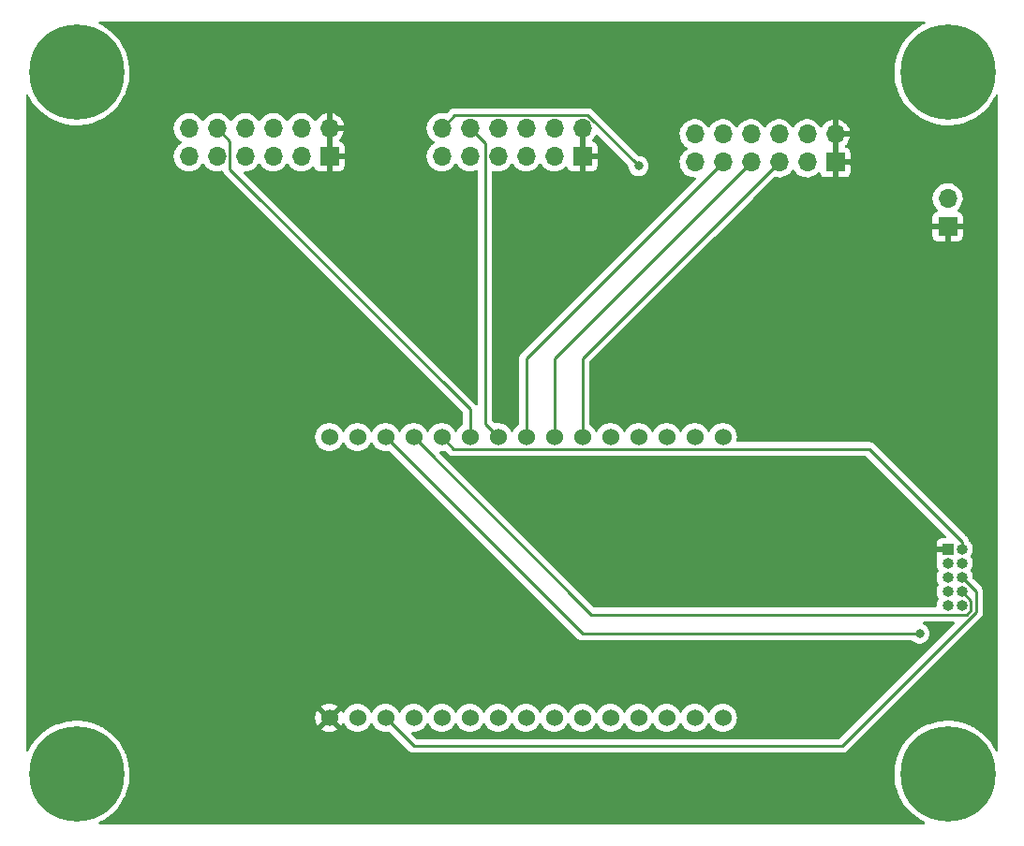
<source format=gbr>
%TF.GenerationSoftware,KiCad,Pcbnew,(6.0.5)*%
%TF.CreationDate,2022-05-29T15:34:50+02:00*%
%TF.ProjectId,pmod_esp32_baseboard,706d6f64-5f65-4737-9033-325f62617365,rev?*%
%TF.SameCoordinates,Original*%
%TF.FileFunction,Copper,L2,Bot*%
%TF.FilePolarity,Positive*%
%FSLAX46Y46*%
G04 Gerber Fmt 4.6, Leading zero omitted, Abs format (unit mm)*
G04 Created by KiCad (PCBNEW (6.0.5)) date 2022-05-29 15:34:50*
%MOMM*%
%LPD*%
G01*
G04 APERTURE LIST*
%TA.AperFunction,ComponentPad*%
%ADD10R,1.700000X1.700000*%
%TD*%
%TA.AperFunction,ComponentPad*%
%ADD11O,1.700000X1.700000*%
%TD*%
%TA.AperFunction,ComponentPad*%
%ADD12C,0.900000*%
%TD*%
%TA.AperFunction,ComponentPad*%
%ADD13C,8.600000*%
%TD*%
%TA.AperFunction,ComponentPad*%
%ADD14R,1.000000X1.000000*%
%TD*%
%TA.AperFunction,ComponentPad*%
%ADD15O,1.000000X1.000000*%
%TD*%
%TA.AperFunction,ComponentPad*%
%ADD16C,1.524000*%
%TD*%
%TA.AperFunction,ViaPad*%
%ADD17C,0.800000*%
%TD*%
%TA.AperFunction,Conductor*%
%ADD18C,0.250000*%
%TD*%
G04 APERTURE END LIST*
D10*
%TO.P,PMOD2,1,Pin_1*%
%TO.N,VCC*%
X73660000Y-30480000D03*
D11*
%TO.P,PMOD2,2,Pin_2*%
X73660000Y-27940000D03*
%TO.P,PMOD2,3,Pin_3*%
%TO.N,GND*%
X71120000Y-30480000D03*
%TO.P,PMOD2,4,Pin_4*%
X71120000Y-27940000D03*
%TO.P,PMOD2,5,Pin_5*%
%TO.N,PMOD_SPI_SCK*%
X68580000Y-30480000D03*
%TO.P,PMOD2,6,Pin_6*%
%TO.N,PMOD_SPI_GPIO4_CS3*%
X68580000Y-27940000D03*
%TO.P,PMOD2,7,Pin_7*%
%TO.N,PMOD_SPI_MISO*%
X66040000Y-30480000D03*
%TO.P,PMOD2,8,Pin_8*%
%TO.N,PMOD_SPI_GPIO3_CS2*%
X66040000Y-27940000D03*
%TO.P,PMOD2,9,Pin_9*%
%TO.N,PMOD_SPI_MOSI*%
X63500000Y-30480000D03*
%TO.P,PMOD2,10,Pin_10*%
%TO.N,PMOD_SPI_GPIO2_RESET*%
X63500000Y-27940000D03*
%TO.P,PMOD2,11,Pin_11*%
%TO.N,PMOD_SPI_CS*%
X60960000Y-30480000D03*
%TO.P,PMOD2,12,Pin_12*%
%TO.N,PMOD_SPI_GPIO1_INT*%
X60960000Y-27940000D03*
%TD*%
D10*
%TO.P,PMOD3,1,Pin_1*%
%TO.N,VCC*%
X96520000Y-30480000D03*
D11*
%TO.P,PMOD3,2,Pin_2*%
X96520000Y-27940000D03*
%TO.P,PMOD3,3,Pin_3*%
%TO.N,GND*%
X93980000Y-30480000D03*
%TO.P,PMOD3,4,Pin_4*%
X93980000Y-27940000D03*
%TO.P,PMOD3,5,Pin_5*%
%TO.N,PMOD_UART_RTS*%
X91440000Y-30480000D03*
%TO.P,PMOD3,6,Pin_6*%
%TO.N,PMOD_UART_GPIO4*%
X91440000Y-27940000D03*
%TO.P,PMOD3,7,Pin_7*%
%TO.N,PMOD_UART_RXD*%
X88900000Y-30480000D03*
%TO.P,PMOD3,8,Pin_8*%
%TO.N,PMOD_UART_GPIO3*%
X88900000Y-27940000D03*
%TO.P,PMOD3,9,Pin_9*%
%TO.N,PMOD_UART_TXD*%
X86360000Y-30480000D03*
%TO.P,PMOD3,10,Pin_10*%
%TO.N,PMOD_UART_GPIO2_RESET*%
X86360000Y-27940000D03*
%TO.P,PMOD3,11,Pin_11*%
%TO.N,PMOD_UART_CTS*%
X83820000Y-30480000D03*
%TO.P,PMOD3,12,Pin_12*%
%TO.N,PMOD_UART_GPIO1_INT*%
X83820000Y-27940000D03*
%TD*%
D10*
%TO.P,PMOD1,1,Pin_1*%
%TO.N,VCC*%
X119380000Y-31025000D03*
D11*
%TO.P,PMOD1,2,Pin_2*%
X119380000Y-28485000D03*
%TO.P,PMOD1,3,Pin_3*%
%TO.N,GND*%
X116840000Y-31025000D03*
%TO.P,PMOD1,4,Pin_4*%
X116840000Y-28485000D03*
%TO.P,PMOD1,5,Pin_5*%
%TO.N,PMOD_I2C_SDA*%
X114300000Y-31025000D03*
%TO.P,PMOD1,6,Pin_6*%
%TO.N,PMOD_I2C_GPIO4*%
X114300000Y-28485000D03*
%TO.P,PMOD1,7,Pin_7*%
%TO.N,PMOD_I2C_SCL*%
X111760000Y-31025000D03*
%TO.P,PMOD1,8,Pin_8*%
%TO.N,PMOD_I2C_GPIO3*%
X111760000Y-28485000D03*
%TO.P,PMOD1,9,Pin_9*%
%TO.N,PMOD_I2C_RESET*%
X109220000Y-31025000D03*
%TO.P,PMOD1,10,Pin_10*%
%TO.N,PMOD_I2C_GPIO2*%
X109220000Y-28485000D03*
%TO.P,PMOD1,11,Pin_11*%
%TO.N,PMOD_I2C_INT*%
X106680000Y-31025000D03*
%TO.P,PMOD1,12,Pin_12*%
%TO.N,PMOD_I2C_GPIO1*%
X106680000Y-28485000D03*
%TD*%
D12*
%TO.P,H3,1*%
%TO.N,N/C*%
X53080419Y-84079581D03*
X47575000Y-86360000D03*
X54025000Y-86360000D03*
X53080419Y-88640419D03*
X48519581Y-88640419D03*
X50800000Y-83135000D03*
X48519581Y-84079581D03*
X50800000Y-89585000D03*
D13*
X50800000Y-86360000D03*
%TD*%
D12*
%TO.P,H1,1*%
%TO.N,N/C*%
X50800000Y-26085000D03*
X47575000Y-22860000D03*
X48519581Y-20579581D03*
X54025000Y-22860000D03*
D13*
X50800000Y-22860000D03*
D12*
X50800000Y-19635000D03*
X48519581Y-25140419D03*
X53080419Y-25140419D03*
X53080419Y-20579581D03*
%TD*%
D10*
%TO.P,J1,1,Pin_1*%
%TO.N,VCC*%
X129540000Y-36830000D03*
D11*
%TO.P,J1,2,Pin_2*%
%TO.N,GND*%
X129540000Y-34290000D03*
%TD*%
D12*
%TO.P,H4,1*%
%TO.N,N/C*%
X129540000Y-89585000D03*
X131820419Y-84079581D03*
X129540000Y-83135000D03*
D13*
X129540000Y-86360000D03*
D12*
X127259581Y-88640419D03*
X126315000Y-86360000D03*
X132765000Y-86360000D03*
X127259581Y-84079581D03*
X131820419Y-88640419D03*
%TD*%
D14*
%TO.P,J2,1,Pin_1*%
%TO.N,VCC*%
X129540000Y-66040000D03*
D15*
%TO.P,J2,2,Pin_2*%
%TO.N,JTMS*%
X130810000Y-66040000D03*
%TO.P,J2,3,Pin_3*%
%TO.N,GND*%
X129540000Y-67310000D03*
%TO.P,J2,4,Pin_4*%
%TO.N,JTCK*%
X130810000Y-67310000D03*
%TO.P,J2,5,Pin_5*%
%TO.N,GND*%
X129540000Y-68580000D03*
%TO.P,J2,6,Pin_6*%
%TO.N,JTDO*%
X130810000Y-68580000D03*
%TO.P,J2,7,Pin_7*%
%TO.N,unconnected-(J2-Pad7)*%
X129540000Y-69850000D03*
%TO.P,J2,8,Pin_8*%
%TO.N,JTDI*%
X130810000Y-69850000D03*
%TO.P,J2,9,Pin_9*%
%TO.N,GND*%
X129540000Y-71120000D03*
%TO.P,J2,10,Pin_10*%
%TO.N,~{RST}*%
X130810000Y-71120000D03*
%TD*%
D12*
%TO.P,H2,1*%
%TO.N,N/C*%
X129540000Y-26085000D03*
X132765000Y-22860000D03*
D13*
X129540000Y-22860000D03*
D12*
X131820419Y-20579581D03*
X127259581Y-25140419D03*
X126315000Y-22860000D03*
X127259581Y-20579581D03*
X131820419Y-25140419D03*
X129540000Y-19635000D03*
%TD*%
D16*
%TO.P,U1,1,VIN*%
%TO.N,unconnected-(U1-Pad1)*%
X73660000Y-55880000D03*
%TO.P,U1,2,GND*%
%TO.N,unconnected-(U1-Pad2)*%
X76200000Y-55880000D03*
%TO.P,U1,3,GPIO13*%
%TO.N,JTCK*%
X78740000Y-55880000D03*
%TO.P,U1,4,GPIO12*%
%TO.N,JTDI*%
X81280000Y-55880000D03*
%TO.P,U1,5,GPIO14*%
%TO.N,JTMS*%
X83820000Y-55880000D03*
%TO.P,U1,6,GPIO27*%
%TO.N,PMOD_SPI_GPIO2_RESET*%
X86360000Y-55880000D03*
%TO.P,U1,7,GPIO26*%
%TO.N,PMOD_UART_GPIO2_RESET*%
X88900000Y-55880000D03*
%TO.P,U1,8,GPIO25*%
%TO.N,PMOD_I2C_RESET*%
X91440000Y-55880000D03*
%TO.P,U1,9,GPIO23*%
%TO.N,PMOD_I2C_SCL*%
X93980000Y-55880000D03*
%TO.P,U1,10,GPIO32*%
%TO.N,PMOD_I2C_SDA*%
X96520000Y-55880000D03*
%TO.P,U1,11,GPIO35*%
%TO.N,unconnected-(U1-Pad11)*%
X99060000Y-55880000D03*
%TO.P,U1,12,GPIO34*%
%TO.N,PMOD_UART_GPIO1_INT*%
X101600000Y-55880000D03*
%TO.P,U1,13,GPIO39*%
%TO.N,PMOD_I2C_INT*%
X104140000Y-55880000D03*
%TO.P,U1,14,GPIO36*%
%TO.N,unconnected-(U1-Pad14)*%
X106680000Y-55880000D03*
%TO.P,U1,15,EN*%
%TO.N,~{RST}*%
X109220000Y-55880000D03*
%TO.P,U1,16,GPIO23*%
%TO.N,PMOD_I2C_GPIO2*%
X109220000Y-81280000D03*
%TO.P,U1,17,GPIO22*%
%TO.N,PMOD_I2C_GPIO1*%
X106680000Y-81280000D03*
%TO.P,U1,18,TX0*%
%TO.N,unconnected-(U1-Pad18)*%
X104140000Y-81280000D03*
%TO.P,U1,19,RX0*%
%TO.N,unconnected-(U1-Pad19)*%
X101600000Y-81280000D03*
%TO.P,U1,20,GPIO21*%
%TO.N,PMOD_UART_RTS*%
X99060000Y-81280000D03*
%TO.P,U1,21,GPIO19*%
%TO.N,PMOD_UART_RXD*%
X96520000Y-81280000D03*
%TO.P,U1,22,GPIO18*%
%TO.N,PMOD_UART_TXD*%
X93980000Y-81280000D03*
%TO.P,U1,23,GPIO5*%
%TO.N,PMOD_UART_CTS*%
X91440000Y-81280000D03*
%TO.P,U1,24,GPIO17*%
%TO.N,PMOD_SPI_SCK*%
X88900000Y-81280000D03*
%TO.P,U1,25,GPIO16*%
%TO.N,PMOD_SPI_MISO*%
X86360000Y-81280000D03*
%TO.P,U1,26,GPIO4*%
%TO.N,PMOD_SPI_MOSI*%
X83820000Y-81280000D03*
%TO.P,U1,27,GPIO2*%
%TO.N,PMOD_SPI_CS*%
X81280000Y-81280000D03*
%TO.P,U1,28,GPIO15*%
%TO.N,JTDO*%
X78740000Y-81280000D03*
%TO.P,U1,29,GND*%
%TO.N,GND*%
X76200000Y-81280000D03*
%TO.P,U1,30,3V3*%
%TO.N,VCC*%
X73660000Y-81280000D03*
%TD*%
D17*
%TO.N,PMOD_UART_GPIO1_INT*%
X101600000Y-31358990D03*
%TO.N,VCC*%
X120650000Y-58420000D03*
X118110000Y-74930000D03*
X116840000Y-74930000D03*
X121920000Y-58420000D03*
X119380000Y-54610000D03*
X116840000Y-69850000D03*
X118110000Y-69850000D03*
X115570000Y-69850000D03*
X118110000Y-54610000D03*
X118110000Y-58420000D03*
X119380000Y-74930000D03*
X121920000Y-54610000D03*
X119380000Y-58420000D03*
X119380000Y-69850000D03*
X115570000Y-74930000D03*
X120650000Y-54610000D03*
%TO.N,JTCK*%
X127000000Y-73660000D03*
%TD*%
D18*
%TO.N,PMOD_UART_GPIO2_RESET*%
X88900000Y-55880000D02*
X87725489Y-54705489D01*
X87725489Y-54705489D02*
X87725489Y-29305489D01*
X87725489Y-29305489D02*
X86360000Y-27940000D01*
%TO.N,PMOD_UART_GPIO1_INT*%
X83820000Y-27940000D02*
X84994511Y-26765489D01*
X97006499Y-26765489D02*
X101600000Y-31358990D01*
X84994511Y-26765489D02*
X97006499Y-26765489D01*
%TO.N,PMOD_SPI_GPIO2_RESET*%
X64674511Y-29114511D02*
X63500000Y-27940000D01*
X86360000Y-55880000D02*
X86360000Y-53340000D01*
X86360000Y-53340000D02*
X64674511Y-31654511D01*
X64674511Y-31654511D02*
X64674511Y-29114511D01*
%TO.N,PMOD_I2C_SDA*%
X96520000Y-55880000D02*
X96520000Y-48805000D01*
X96520000Y-48805000D02*
X114300000Y-31025000D01*
%TO.N,PMOD_I2C_SCL*%
X93980000Y-55880000D02*
X93980000Y-48805000D01*
X93980000Y-48805000D02*
X111760000Y-31025000D01*
%TO.N,PMOD_I2C_RESET*%
X91440000Y-48805000D02*
X109220000Y-31025000D01*
X91440000Y-55880000D02*
X91440000Y-48805000D01*
%TO.N,JTMS*%
X130810000Y-66040000D02*
X130810000Y-65332894D01*
X122443617Y-56966511D02*
X84906511Y-56966511D01*
X130810000Y-65332894D02*
X122443617Y-56966511D01*
X84906511Y-56966511D02*
X83820000Y-55880000D01*
%TO.N,JTCK*%
X78740000Y-55880000D02*
X96520000Y-73660000D01*
X96520000Y-73660000D02*
X127000000Y-73660000D01*
%TO.N,JTDO*%
X132084031Y-71751687D02*
X120015718Y-83820000D01*
X120015718Y-83820000D02*
X81280000Y-83820000D01*
X81280000Y-83820000D02*
X78740000Y-81280000D01*
X130810000Y-68580000D02*
X132084031Y-69854031D01*
X132084031Y-69854031D02*
X132084031Y-71751687D01*
%TO.N,JTDI*%
X130810000Y-69850000D02*
X131634511Y-70674511D01*
X131634511Y-71565489D02*
X131255489Y-71944511D01*
X131634511Y-70674511D02*
X131634511Y-71565489D01*
X97344511Y-71944511D02*
X81280000Y-55880000D01*
X131255489Y-71944511D02*
X97344511Y-71944511D01*
%TD*%
%TA.AperFunction,Conductor*%
%TO.N,VCC*%
G36*
X127464543Y-18308502D02*
G01*
X127511036Y-18362158D01*
X127521140Y-18432432D01*
X127491646Y-18497012D01*
X127449173Y-18528926D01*
X127332361Y-18582777D01*
X126960880Y-18795957D01*
X126958577Y-18797566D01*
X126958570Y-18797571D01*
X126612129Y-19039701D01*
X126609820Y-19041315D01*
X126281961Y-19316909D01*
X125979899Y-19620557D01*
X125706025Y-19949855D01*
X125462508Y-20302194D01*
X125251276Y-20674786D01*
X125074002Y-21064680D01*
X125073080Y-21067306D01*
X125073075Y-21067318D01*
X125033633Y-21179634D01*
X124932089Y-21468790D01*
X124826661Y-21883914D01*
X124758552Y-22306768D01*
X124728302Y-22734001D01*
X124736151Y-23162233D01*
X124782036Y-23588071D01*
X124865594Y-24008144D01*
X124986163Y-24419127D01*
X124987190Y-24421740D01*
X124987190Y-24421741D01*
X125125651Y-24774145D01*
X125142789Y-24817765D01*
X125201316Y-24934896D01*
X125312161Y-25156731D01*
X125334231Y-25200901D01*
X125558974Y-25565502D01*
X125815239Y-25908682D01*
X125817100Y-25910760D01*
X125817101Y-25910761D01*
X126099127Y-26225637D01*
X126099133Y-26225643D01*
X126100995Y-26227722D01*
X126413981Y-26520098D01*
X126751719Y-26783493D01*
X127111533Y-27015822D01*
X127114012Y-27017126D01*
X127114015Y-27017128D01*
X127488077Y-27213932D01*
X127488083Y-27213935D01*
X127490577Y-27215247D01*
X127493175Y-27216331D01*
X127493179Y-27216333D01*
X127883263Y-27379109D01*
X127883268Y-27379111D01*
X127885847Y-27380187D01*
X127888512Y-27381030D01*
X127888518Y-27381032D01*
X128110561Y-27451254D01*
X128294214Y-27509336D01*
X128712446Y-27601673D01*
X128715220Y-27602031D01*
X128715221Y-27602031D01*
X129134460Y-27656109D01*
X129134467Y-27656110D01*
X129137230Y-27656466D01*
X129140017Y-27656576D01*
X129140023Y-27656576D01*
X129388238Y-27666328D01*
X129565203Y-27673281D01*
X129567995Y-27673142D01*
X129568000Y-27673142D01*
X129990172Y-27652125D01*
X129990181Y-27652124D01*
X129992976Y-27651985D01*
X129995753Y-27651597D01*
X129995755Y-27651597D01*
X130070066Y-27641219D01*
X130417163Y-27592747D01*
X130834404Y-27496036D01*
X131130445Y-27398989D01*
X131238744Y-27363487D01*
X131238750Y-27363485D01*
X131241397Y-27362617D01*
X131634918Y-27193547D01*
X131680792Y-27168795D01*
X131761652Y-27125165D01*
X132011852Y-26990164D01*
X132369214Y-26754080D01*
X132704175Y-26487162D01*
X133014082Y-26191525D01*
X133015919Y-26189431D01*
X133015927Y-26189422D01*
X133294635Y-25871616D01*
X133296482Y-25869510D01*
X133549139Y-25523666D01*
X133550585Y-25521265D01*
X133768601Y-25159142D01*
X133768606Y-25159133D01*
X133770052Y-25156731D01*
X133872204Y-24946823D01*
X133919998Y-24894323D01*
X133988588Y-24875997D01*
X134056198Y-24897663D01*
X134101362Y-24952442D01*
X134111500Y-25001959D01*
X134111500Y-84209490D01*
X134091498Y-84277611D01*
X134037842Y-84324104D01*
X133967568Y-84334208D01*
X133902988Y-84304714D01*
X133874300Y-84268740D01*
X133822939Y-84172347D01*
X133683050Y-83909807D01*
X133448840Y-83551214D01*
X133183680Y-83214860D01*
X132889670Y-82903409D01*
X132887579Y-82901556D01*
X132887571Y-82901548D01*
X132571237Y-82621188D01*
X132571235Y-82621186D01*
X132569137Y-82619327D01*
X132475508Y-82550171D01*
X132379679Y-82479391D01*
X132224621Y-82364863D01*
X132031733Y-82247355D01*
X131861237Y-82143487D01*
X131861230Y-82143483D01*
X131858848Y-82142032D01*
X131773172Y-82099781D01*
X131518565Y-81974223D01*
X131474714Y-81952598D01*
X131075262Y-81798062D01*
X130772243Y-81710886D01*
X130666335Y-81680417D01*
X130666329Y-81680415D01*
X130663654Y-81679646D01*
X130660917Y-81679117D01*
X130660911Y-81679115D01*
X130481521Y-81644408D01*
X130243148Y-81598289D01*
X130240374Y-81598005D01*
X130240362Y-81598003D01*
X129957111Y-81568982D01*
X129817076Y-81554634D01*
X129814286Y-81554597D01*
X129814278Y-81554597D01*
X129546825Y-81551096D01*
X129388809Y-81549028D01*
X129386009Y-81549241D01*
X129386008Y-81549241D01*
X129311364Y-81554919D01*
X128961740Y-81581514D01*
X128539249Y-81651836D01*
X128453671Y-81674048D01*
X128127400Y-81758731D01*
X128127389Y-81758734D01*
X128124682Y-81759437D01*
X127866575Y-81851599D01*
X127723964Y-81902520D01*
X127723959Y-81902522D01*
X127721321Y-81903464D01*
X127718781Y-81904635D01*
X127718776Y-81904637D01*
X127568013Y-81974140D01*
X127332361Y-82082777D01*
X127329938Y-82084167D01*
X127329935Y-82084169D01*
X127245422Y-82132668D01*
X126960880Y-82295957D01*
X126958577Y-82297566D01*
X126958570Y-82297571D01*
X126617479Y-82535962D01*
X126609820Y-82541315D01*
X126281961Y-82816909D01*
X125979899Y-83120557D01*
X125706025Y-83449855D01*
X125462508Y-83802194D01*
X125251276Y-84174786D01*
X125250117Y-84177335D01*
X125250115Y-84177339D01*
X125218521Y-84246827D01*
X125074002Y-84564680D01*
X125073080Y-84567306D01*
X125073075Y-84567318D01*
X125033633Y-84679634D01*
X124932089Y-84968790D01*
X124826661Y-85383914D01*
X124758552Y-85806768D01*
X124728302Y-86234001D01*
X124736151Y-86662233D01*
X124782036Y-87088071D01*
X124865594Y-87508144D01*
X124986163Y-87919127D01*
X124987190Y-87921740D01*
X124987190Y-87921741D01*
X125125651Y-88274145D01*
X125142789Y-88317765D01*
X125201316Y-88434896D01*
X125312161Y-88656731D01*
X125334231Y-88700901D01*
X125558974Y-89065502D01*
X125815239Y-89408682D01*
X125817100Y-89410760D01*
X125817101Y-89410761D01*
X126099127Y-89725637D01*
X126099133Y-89725643D01*
X126100995Y-89727722D01*
X126413981Y-90020098D01*
X126751719Y-90283493D01*
X127111533Y-90515822D01*
X127114012Y-90517126D01*
X127114015Y-90517128D01*
X127450178Y-90693992D01*
X127501151Y-90743411D01*
X127517314Y-90812544D01*
X127493535Y-90879440D01*
X127437364Y-90922860D01*
X127391511Y-90931500D01*
X52952547Y-90931500D01*
X52884426Y-90911498D01*
X52837933Y-90857842D01*
X52827829Y-90787568D01*
X52857323Y-90722988D01*
X52895166Y-90694006D01*
X52894918Y-90693547D01*
X53271852Y-90490164D01*
X53629214Y-90254080D01*
X53964175Y-89987162D01*
X54274082Y-89691525D01*
X54275919Y-89689431D01*
X54275927Y-89689422D01*
X54554635Y-89371616D01*
X54556482Y-89369510D01*
X54809139Y-89023666D01*
X54810585Y-89021265D01*
X55028601Y-88659142D01*
X55028606Y-88659133D01*
X55030052Y-88656731D01*
X55165551Y-88378299D01*
X55216238Y-88274145D01*
X55216239Y-88274142D01*
X55217471Y-88271611D01*
X55350724Y-87921741D01*
X55368918Y-87873971D01*
X55368920Y-87873964D01*
X55369914Y-87871355D01*
X55486173Y-87459132D01*
X55555433Y-87090822D01*
X55564811Y-87040954D01*
X55564813Y-87040942D01*
X55565327Y-87038207D01*
X55606750Y-86611911D01*
X55608194Y-86556780D01*
X55613289Y-86362234D01*
X55613289Y-86362220D01*
X55613347Y-86360000D01*
X55594291Y-85932121D01*
X55537275Y-85507630D01*
X55508666Y-85381193D01*
X55443368Y-85092618D01*
X55443368Y-85092617D01*
X55442750Y-85089887D01*
X55311463Y-84682202D01*
X55184543Y-84382469D01*
X55145550Y-84290384D01*
X55145548Y-84290379D01*
X55144456Y-84287801D01*
X54943050Y-83909807D01*
X54708840Y-83551214D01*
X54443680Y-83214860D01*
X54149670Y-82903409D01*
X54147579Y-82901556D01*
X54147571Y-82901548D01*
X53831237Y-82621188D01*
X53831235Y-82621186D01*
X53829137Y-82619327D01*
X53735508Y-82550171D01*
X53639679Y-82479391D01*
X53484621Y-82364863D01*
X53441801Y-82338777D01*
X72965777Y-82338777D01*
X72975074Y-82350793D01*
X73018069Y-82380898D01*
X73027555Y-82386376D01*
X73218993Y-82475645D01*
X73229285Y-82479391D01*
X73433309Y-82534059D01*
X73444104Y-82535962D01*
X73654525Y-82554372D01*
X73665475Y-82554372D01*
X73875896Y-82535962D01*
X73886691Y-82534059D01*
X74090715Y-82479391D01*
X74101007Y-82475645D01*
X74292445Y-82386376D01*
X74301931Y-82380898D01*
X74345764Y-82350207D01*
X74354139Y-82339729D01*
X74347071Y-82326281D01*
X73672812Y-81652022D01*
X73658868Y-81644408D01*
X73657035Y-81644539D01*
X73650420Y-81648790D01*
X72972207Y-82327003D01*
X72965777Y-82338777D01*
X53441801Y-82338777D01*
X53291733Y-82247355D01*
X53121237Y-82143487D01*
X53121230Y-82143483D01*
X53118848Y-82142032D01*
X53033172Y-82099781D01*
X52778565Y-81974223D01*
X52734714Y-81952598D01*
X52335262Y-81798062D01*
X52032243Y-81710886D01*
X51926335Y-81680417D01*
X51926329Y-81680415D01*
X51923654Y-81679646D01*
X51920917Y-81679117D01*
X51920911Y-81679115D01*
X51741521Y-81644408D01*
X51503148Y-81598289D01*
X51500374Y-81598005D01*
X51500362Y-81598003D01*
X51217111Y-81568982D01*
X51077076Y-81554634D01*
X51074286Y-81554597D01*
X51074278Y-81554597D01*
X50806825Y-81551096D01*
X50648809Y-81549028D01*
X50646009Y-81549241D01*
X50646008Y-81549241D01*
X50571364Y-81554919D01*
X50221740Y-81581514D01*
X49799249Y-81651836D01*
X49713671Y-81674048D01*
X49387400Y-81758731D01*
X49387389Y-81758734D01*
X49384682Y-81759437D01*
X49126575Y-81851599D01*
X48983964Y-81902520D01*
X48983959Y-81902522D01*
X48981321Y-81903464D01*
X48978781Y-81904635D01*
X48978776Y-81904637D01*
X48828013Y-81974140D01*
X48592361Y-82082777D01*
X48589938Y-82084167D01*
X48589935Y-82084169D01*
X48505422Y-82132668D01*
X48220880Y-82295957D01*
X48218577Y-82297566D01*
X48218570Y-82297571D01*
X47877479Y-82535962D01*
X47869820Y-82541315D01*
X47541961Y-82816909D01*
X47239899Y-83120557D01*
X46966025Y-83449855D01*
X46722508Y-83802194D01*
X46511276Y-84174786D01*
X46510117Y-84177335D01*
X46510115Y-84177339D01*
X46469201Y-84267325D01*
X46422797Y-84321058D01*
X46354710Y-84341174D01*
X46286556Y-84321285D01*
X46239974Y-84267707D01*
X46228500Y-84215174D01*
X46228500Y-81285475D01*
X72385628Y-81285475D01*
X72404038Y-81495896D01*
X72405941Y-81506691D01*
X72460609Y-81710715D01*
X72464355Y-81721007D01*
X72553623Y-81912441D01*
X72559103Y-81921932D01*
X72589794Y-81965765D01*
X72600271Y-81974140D01*
X72613718Y-81967072D01*
X73287978Y-81292812D01*
X73295592Y-81278868D01*
X73295461Y-81277035D01*
X73291210Y-81270420D01*
X72612997Y-80592207D01*
X72601223Y-80585777D01*
X72589207Y-80595074D01*
X72559103Y-80638068D01*
X72553623Y-80647559D01*
X72464355Y-80838993D01*
X72460609Y-80849285D01*
X72405941Y-81053309D01*
X72404038Y-81064104D01*
X72385628Y-81274525D01*
X72385628Y-81285475D01*
X46228500Y-81285475D01*
X46228500Y-80220271D01*
X72965860Y-80220271D01*
X72972928Y-80233718D01*
X73647188Y-80907978D01*
X73661132Y-80915592D01*
X73662965Y-80915461D01*
X73669580Y-80911210D01*
X74347793Y-80232997D01*
X74354223Y-80221223D01*
X74344926Y-80209207D01*
X74301931Y-80179102D01*
X74292445Y-80173624D01*
X74101007Y-80084355D01*
X74090715Y-80080609D01*
X73886691Y-80025941D01*
X73875896Y-80024038D01*
X73665475Y-80005628D01*
X73654525Y-80005628D01*
X73444104Y-80024038D01*
X73433309Y-80025941D01*
X73229285Y-80080609D01*
X73218993Y-80084355D01*
X73027559Y-80173623D01*
X73018068Y-80179103D01*
X72974235Y-80209794D01*
X72965860Y-80220271D01*
X46228500Y-80220271D01*
X46228500Y-30446695D01*
X59597251Y-30446695D01*
X59597548Y-30451848D01*
X59597548Y-30451851D01*
X59603743Y-30559297D01*
X59610110Y-30669715D01*
X59611247Y-30674761D01*
X59611248Y-30674767D01*
X59625606Y-30738475D01*
X59659222Y-30887639D01*
X59743266Y-31094616D01*
X59785039Y-31162784D01*
X59857291Y-31280688D01*
X59859987Y-31285088D01*
X60006250Y-31453938D01*
X60178126Y-31596632D01*
X60371000Y-31709338D01*
X60579692Y-31789030D01*
X60584760Y-31790061D01*
X60584763Y-31790062D01*
X60688203Y-31811107D01*
X60798597Y-31833567D01*
X60803772Y-31833757D01*
X60803774Y-31833757D01*
X61016673Y-31841564D01*
X61016677Y-31841564D01*
X61021837Y-31841753D01*
X61026957Y-31841097D01*
X61026959Y-31841097D01*
X61238288Y-31814025D01*
X61238289Y-31814025D01*
X61243416Y-31813368D01*
X61248376Y-31811880D01*
X61452429Y-31750661D01*
X61452434Y-31750659D01*
X61457384Y-31749174D01*
X61657994Y-31650896D01*
X61839860Y-31521173D01*
X61998096Y-31363489D01*
X62038133Y-31307772D01*
X62128453Y-31182077D01*
X62129776Y-31183028D01*
X62176645Y-31139857D01*
X62246580Y-31127625D01*
X62312026Y-31155144D01*
X62339875Y-31186994D01*
X62399987Y-31285088D01*
X62546250Y-31453938D01*
X62718126Y-31596632D01*
X62911000Y-31709338D01*
X63119692Y-31789030D01*
X63124760Y-31790061D01*
X63124763Y-31790062D01*
X63228203Y-31811107D01*
X63338597Y-31833567D01*
X63343772Y-31833757D01*
X63343774Y-31833757D01*
X63556673Y-31841564D01*
X63556677Y-31841564D01*
X63561837Y-31841753D01*
X63566957Y-31841097D01*
X63566959Y-31841097D01*
X63778288Y-31814025D01*
X63778289Y-31814025D01*
X63783416Y-31813368D01*
X63788373Y-31811881D01*
X63788377Y-31811880D01*
X63916331Y-31773492D01*
X63987326Y-31773074D01*
X64047277Y-31811107D01*
X64069695Y-31847803D01*
X64072319Y-31854432D01*
X64076160Y-31865653D01*
X64088493Y-31908104D01*
X64092526Y-31914923D01*
X64092528Y-31914928D01*
X64098804Y-31925539D01*
X64107499Y-31943287D01*
X64114959Y-31962128D01*
X64119621Y-31968544D01*
X64119621Y-31968545D01*
X64140947Y-31997898D01*
X64147463Y-32007818D01*
X64165228Y-32037856D01*
X64169969Y-32045873D01*
X64184290Y-32060194D01*
X64197130Y-32075227D01*
X64209039Y-32091618D01*
X64215145Y-32096669D01*
X64243116Y-32119809D01*
X64251895Y-32127799D01*
X85689595Y-53565499D01*
X85723621Y-53627811D01*
X85726500Y-53654594D01*
X85726500Y-54706996D01*
X85706498Y-54775117D01*
X85672771Y-54810209D01*
X85544730Y-54899864D01*
X85544727Y-54899866D01*
X85540219Y-54903023D01*
X85383023Y-55060219D01*
X85255512Y-55242324D01*
X85253189Y-55247306D01*
X85253186Y-55247311D01*
X85204195Y-55352373D01*
X85157277Y-55405658D01*
X85089000Y-55425119D01*
X85021040Y-55404577D01*
X84975805Y-55352373D01*
X84926814Y-55247311D01*
X84926811Y-55247306D01*
X84924488Y-55242324D01*
X84796977Y-55060219D01*
X84639781Y-54903023D01*
X84635273Y-54899866D01*
X84635270Y-54899864D01*
X84500330Y-54805378D01*
X84457677Y-54775512D01*
X84452695Y-54773189D01*
X84452690Y-54773186D01*
X84261178Y-54683883D01*
X84261177Y-54683882D01*
X84256196Y-54681560D01*
X84250888Y-54680138D01*
X84250886Y-54680137D01*
X84150781Y-54653314D01*
X84041463Y-54624022D01*
X83820000Y-54604647D01*
X83598537Y-54624022D01*
X83489219Y-54653314D01*
X83389114Y-54680137D01*
X83389112Y-54680138D01*
X83383804Y-54681560D01*
X83378823Y-54683882D01*
X83378822Y-54683883D01*
X83187311Y-54773186D01*
X83187306Y-54773189D01*
X83182324Y-54775512D01*
X83177817Y-54778668D01*
X83177815Y-54778669D01*
X83004730Y-54899864D01*
X83004727Y-54899866D01*
X83000219Y-54903023D01*
X82843023Y-55060219D01*
X82715512Y-55242324D01*
X82713189Y-55247306D01*
X82713186Y-55247311D01*
X82664195Y-55352373D01*
X82617277Y-55405658D01*
X82549000Y-55425119D01*
X82481040Y-55404577D01*
X82435805Y-55352373D01*
X82386814Y-55247311D01*
X82386811Y-55247306D01*
X82384488Y-55242324D01*
X82256977Y-55060219D01*
X82099781Y-54903023D01*
X82095273Y-54899866D01*
X82095270Y-54899864D01*
X81960330Y-54805378D01*
X81917677Y-54775512D01*
X81912695Y-54773189D01*
X81912690Y-54773186D01*
X81721178Y-54683883D01*
X81721177Y-54683882D01*
X81716196Y-54681560D01*
X81710888Y-54680138D01*
X81710886Y-54680137D01*
X81610781Y-54653314D01*
X81501463Y-54624022D01*
X81280000Y-54604647D01*
X81058537Y-54624022D01*
X80949219Y-54653314D01*
X80849114Y-54680137D01*
X80849112Y-54680138D01*
X80843804Y-54681560D01*
X80838823Y-54683882D01*
X80838822Y-54683883D01*
X80647311Y-54773186D01*
X80647306Y-54773189D01*
X80642324Y-54775512D01*
X80637817Y-54778668D01*
X80637815Y-54778669D01*
X80464730Y-54899864D01*
X80464727Y-54899866D01*
X80460219Y-54903023D01*
X80303023Y-55060219D01*
X80175512Y-55242324D01*
X80173189Y-55247306D01*
X80173186Y-55247311D01*
X80124195Y-55352373D01*
X80077277Y-55405658D01*
X80009000Y-55425119D01*
X79941040Y-55404577D01*
X79895805Y-55352373D01*
X79846814Y-55247311D01*
X79846811Y-55247306D01*
X79844488Y-55242324D01*
X79716977Y-55060219D01*
X79559781Y-54903023D01*
X79555273Y-54899866D01*
X79555270Y-54899864D01*
X79420330Y-54805378D01*
X79377677Y-54775512D01*
X79372695Y-54773189D01*
X79372690Y-54773186D01*
X79181178Y-54683883D01*
X79181177Y-54683882D01*
X79176196Y-54681560D01*
X79170888Y-54680138D01*
X79170886Y-54680137D01*
X79070781Y-54653314D01*
X78961463Y-54624022D01*
X78740000Y-54604647D01*
X78518537Y-54624022D01*
X78409219Y-54653314D01*
X78309114Y-54680137D01*
X78309112Y-54680138D01*
X78303804Y-54681560D01*
X78298823Y-54683882D01*
X78298822Y-54683883D01*
X78107311Y-54773186D01*
X78107306Y-54773189D01*
X78102324Y-54775512D01*
X78097817Y-54778668D01*
X78097815Y-54778669D01*
X77924730Y-54899864D01*
X77924727Y-54899866D01*
X77920219Y-54903023D01*
X77763023Y-55060219D01*
X77635512Y-55242324D01*
X77633189Y-55247306D01*
X77633186Y-55247311D01*
X77584195Y-55352373D01*
X77537277Y-55405658D01*
X77469000Y-55425119D01*
X77401040Y-55404577D01*
X77355805Y-55352373D01*
X77306814Y-55247311D01*
X77306811Y-55247306D01*
X77304488Y-55242324D01*
X77176977Y-55060219D01*
X77019781Y-54903023D01*
X77015273Y-54899866D01*
X77015270Y-54899864D01*
X76880330Y-54805378D01*
X76837677Y-54775512D01*
X76832695Y-54773189D01*
X76832690Y-54773186D01*
X76641178Y-54683883D01*
X76641177Y-54683882D01*
X76636196Y-54681560D01*
X76630888Y-54680138D01*
X76630886Y-54680137D01*
X76530781Y-54653314D01*
X76421463Y-54624022D01*
X76200000Y-54604647D01*
X75978537Y-54624022D01*
X75869219Y-54653314D01*
X75769114Y-54680137D01*
X75769112Y-54680138D01*
X75763804Y-54681560D01*
X75758823Y-54683882D01*
X75758822Y-54683883D01*
X75567311Y-54773186D01*
X75567306Y-54773189D01*
X75562324Y-54775512D01*
X75557817Y-54778668D01*
X75557815Y-54778669D01*
X75384730Y-54899864D01*
X75384727Y-54899866D01*
X75380219Y-54903023D01*
X75223023Y-55060219D01*
X75095512Y-55242324D01*
X75093189Y-55247306D01*
X75093186Y-55247311D01*
X75044195Y-55352373D01*
X74997277Y-55405658D01*
X74929000Y-55425119D01*
X74861040Y-55404577D01*
X74815805Y-55352373D01*
X74766814Y-55247311D01*
X74766811Y-55247306D01*
X74764488Y-55242324D01*
X74636977Y-55060219D01*
X74479781Y-54903023D01*
X74475273Y-54899866D01*
X74475270Y-54899864D01*
X74340330Y-54805378D01*
X74297677Y-54775512D01*
X74292695Y-54773189D01*
X74292690Y-54773186D01*
X74101178Y-54683883D01*
X74101177Y-54683882D01*
X74096196Y-54681560D01*
X74090888Y-54680138D01*
X74090886Y-54680137D01*
X73990781Y-54653314D01*
X73881463Y-54624022D01*
X73660000Y-54604647D01*
X73438537Y-54624022D01*
X73329219Y-54653314D01*
X73229114Y-54680137D01*
X73229112Y-54680138D01*
X73223804Y-54681560D01*
X73218823Y-54683882D01*
X73218822Y-54683883D01*
X73027311Y-54773186D01*
X73027306Y-54773189D01*
X73022324Y-54775512D01*
X73017817Y-54778668D01*
X73017815Y-54778669D01*
X72844730Y-54899864D01*
X72844727Y-54899866D01*
X72840219Y-54903023D01*
X72683023Y-55060219D01*
X72555512Y-55242324D01*
X72553189Y-55247306D01*
X72553186Y-55247311D01*
X72504195Y-55352373D01*
X72461560Y-55443804D01*
X72404022Y-55658537D01*
X72384647Y-55880000D01*
X72404022Y-56101463D01*
X72461560Y-56316196D01*
X72463882Y-56321177D01*
X72463883Y-56321178D01*
X72553186Y-56512689D01*
X72553189Y-56512694D01*
X72555512Y-56517676D01*
X72558668Y-56522183D01*
X72558669Y-56522185D01*
X72584793Y-56559493D01*
X72683023Y-56699781D01*
X72840219Y-56856977D01*
X72844727Y-56860134D01*
X72844730Y-56860136D01*
X72920495Y-56913187D01*
X73022323Y-56984488D01*
X73027305Y-56986811D01*
X73027310Y-56986814D01*
X73218822Y-57076117D01*
X73223804Y-57078440D01*
X73229112Y-57079862D01*
X73229114Y-57079863D01*
X73294949Y-57097503D01*
X73438537Y-57135978D01*
X73660000Y-57155353D01*
X73881463Y-57135978D01*
X74025051Y-57097503D01*
X74090886Y-57079863D01*
X74090888Y-57079862D01*
X74096196Y-57078440D01*
X74101178Y-57076117D01*
X74292690Y-56986814D01*
X74292695Y-56986811D01*
X74297677Y-56984488D01*
X74399505Y-56913187D01*
X74475270Y-56860136D01*
X74475273Y-56860134D01*
X74479781Y-56856977D01*
X74636977Y-56699781D01*
X74735208Y-56559493D01*
X74761331Y-56522185D01*
X74761332Y-56522183D01*
X74764488Y-56517676D01*
X74766811Y-56512694D01*
X74766814Y-56512689D01*
X74815805Y-56407627D01*
X74862723Y-56354342D01*
X74931000Y-56334881D01*
X74998960Y-56355423D01*
X75044195Y-56407627D01*
X75093186Y-56512689D01*
X75093189Y-56512694D01*
X75095512Y-56517676D01*
X75098668Y-56522183D01*
X75098669Y-56522185D01*
X75124793Y-56559493D01*
X75223023Y-56699781D01*
X75380219Y-56856977D01*
X75384727Y-56860134D01*
X75384730Y-56860136D01*
X75460495Y-56913187D01*
X75562323Y-56984488D01*
X75567305Y-56986811D01*
X75567310Y-56986814D01*
X75758822Y-57076117D01*
X75763804Y-57078440D01*
X75769112Y-57079862D01*
X75769114Y-57079863D01*
X75834949Y-57097503D01*
X75978537Y-57135978D01*
X76200000Y-57155353D01*
X76421463Y-57135978D01*
X76565051Y-57097503D01*
X76630886Y-57079863D01*
X76630888Y-57079862D01*
X76636196Y-57078440D01*
X76641178Y-57076117D01*
X76832690Y-56986814D01*
X76832695Y-56986811D01*
X76837677Y-56984488D01*
X76939505Y-56913187D01*
X77015270Y-56860136D01*
X77015273Y-56860134D01*
X77019781Y-56856977D01*
X77176977Y-56699781D01*
X77275208Y-56559493D01*
X77301331Y-56522185D01*
X77301332Y-56522183D01*
X77304488Y-56517676D01*
X77306811Y-56512694D01*
X77306814Y-56512689D01*
X77355805Y-56407627D01*
X77402723Y-56354342D01*
X77471000Y-56334881D01*
X77538960Y-56355423D01*
X77584195Y-56407627D01*
X77633186Y-56512689D01*
X77633189Y-56512694D01*
X77635512Y-56517676D01*
X77638668Y-56522183D01*
X77638669Y-56522185D01*
X77664793Y-56559493D01*
X77763023Y-56699781D01*
X77920219Y-56856977D01*
X77924727Y-56860134D01*
X77924730Y-56860136D01*
X78000495Y-56913187D01*
X78102323Y-56984488D01*
X78107305Y-56986811D01*
X78107310Y-56986814D01*
X78298822Y-57076117D01*
X78303804Y-57078440D01*
X78309112Y-57079862D01*
X78309114Y-57079863D01*
X78374949Y-57097503D01*
X78518537Y-57135978D01*
X78740000Y-57155353D01*
X78961463Y-57135978D01*
X78977642Y-57131643D01*
X79000516Y-57125514D01*
X79071493Y-57127204D01*
X79122222Y-57158126D01*
X96016343Y-74052247D01*
X96023887Y-74060537D01*
X96028000Y-74067018D01*
X96033777Y-74072443D01*
X96077667Y-74113658D01*
X96080509Y-74116413D01*
X96100230Y-74136134D01*
X96103425Y-74138612D01*
X96112447Y-74146318D01*
X96144679Y-74176586D01*
X96151628Y-74180406D01*
X96162432Y-74186346D01*
X96178956Y-74197199D01*
X96194959Y-74209613D01*
X96235543Y-74227176D01*
X96246173Y-74232383D01*
X96284940Y-74253695D01*
X96292617Y-74255666D01*
X96292622Y-74255668D01*
X96304558Y-74258732D01*
X96323266Y-74265137D01*
X96341855Y-74273181D01*
X96349683Y-74274421D01*
X96349690Y-74274423D01*
X96385524Y-74280099D01*
X96397144Y-74282505D01*
X96432289Y-74291528D01*
X96439970Y-74293500D01*
X96460224Y-74293500D01*
X96479934Y-74295051D01*
X96499943Y-74298220D01*
X96507835Y-74297474D01*
X96543961Y-74294059D01*
X96555819Y-74293500D01*
X126291800Y-74293500D01*
X126359921Y-74313502D01*
X126379147Y-74329843D01*
X126379420Y-74329540D01*
X126384332Y-74333963D01*
X126388747Y-74338866D01*
X126543248Y-74451118D01*
X126549276Y-74453802D01*
X126549278Y-74453803D01*
X126711681Y-74526109D01*
X126717712Y-74528794D01*
X126811113Y-74548647D01*
X126898056Y-74567128D01*
X126898061Y-74567128D01*
X126904513Y-74568500D01*
X127095487Y-74568500D01*
X127101939Y-74567128D01*
X127101944Y-74567128D01*
X127188887Y-74548647D01*
X127282288Y-74528794D01*
X127288319Y-74526109D01*
X127450722Y-74453803D01*
X127450724Y-74453802D01*
X127456752Y-74451118D01*
X127611253Y-74338866D01*
X127647851Y-74298220D01*
X127734621Y-74201852D01*
X127734622Y-74201851D01*
X127739040Y-74196944D01*
X127814053Y-74067018D01*
X127831223Y-74037279D01*
X127831224Y-74037278D01*
X127834527Y-74031556D01*
X127893542Y-73849928D01*
X127913504Y-73660000D01*
X127893542Y-73470072D01*
X127834527Y-73288444D01*
X127739040Y-73123056D01*
X127611253Y-72981134D01*
X127456752Y-72868882D01*
X127450724Y-72866198D01*
X127450722Y-72866197D01*
X127344980Y-72819118D01*
X127290884Y-72773138D01*
X127270235Y-72705211D01*
X127289587Y-72636903D01*
X127342798Y-72589901D01*
X127396229Y-72578011D01*
X130057613Y-72578011D01*
X130125734Y-72598013D01*
X130172227Y-72651669D01*
X130182331Y-72721943D01*
X130152837Y-72786523D01*
X130146708Y-72793106D01*
X119790218Y-83149595D01*
X119727906Y-83183621D01*
X119701123Y-83186500D01*
X81594595Y-83186500D01*
X81526474Y-83166498D01*
X81505500Y-83149595D01*
X81120692Y-82764787D01*
X81086666Y-82702475D01*
X81091731Y-82631660D01*
X81134278Y-82574824D01*
X81200798Y-82550013D01*
X81220768Y-82550171D01*
X81280000Y-82555353D01*
X81501463Y-82535978D01*
X81645051Y-82497503D01*
X81710886Y-82479863D01*
X81710888Y-82479862D01*
X81716196Y-82478440D01*
X81722190Y-82475645D01*
X81912690Y-82386814D01*
X81912695Y-82386811D01*
X81917677Y-82384488D01*
X82046110Y-82294558D01*
X82095270Y-82260136D01*
X82095273Y-82260134D01*
X82099781Y-82256977D01*
X82256977Y-82099781D01*
X82268884Y-82082777D01*
X82381331Y-81922185D01*
X82381332Y-81922183D01*
X82384488Y-81917676D01*
X82386811Y-81912694D01*
X82386814Y-81912689D01*
X82435805Y-81807627D01*
X82482723Y-81754342D01*
X82551000Y-81734881D01*
X82618960Y-81755423D01*
X82664195Y-81807627D01*
X82713186Y-81912689D01*
X82713189Y-81912694D01*
X82715512Y-81917676D01*
X82718668Y-81922183D01*
X82718669Y-81922185D01*
X82831117Y-82082777D01*
X82843023Y-82099781D01*
X83000219Y-82256977D01*
X83004727Y-82260134D01*
X83004730Y-82260136D01*
X83053890Y-82294558D01*
X83182323Y-82384488D01*
X83187305Y-82386811D01*
X83187310Y-82386814D01*
X83377810Y-82475645D01*
X83383804Y-82478440D01*
X83389112Y-82479862D01*
X83389114Y-82479863D01*
X83454949Y-82497503D01*
X83598537Y-82535978D01*
X83820000Y-82555353D01*
X84041463Y-82535978D01*
X84185051Y-82497503D01*
X84250886Y-82479863D01*
X84250888Y-82479862D01*
X84256196Y-82478440D01*
X84262190Y-82475645D01*
X84452690Y-82386814D01*
X84452695Y-82386811D01*
X84457677Y-82384488D01*
X84586110Y-82294558D01*
X84635270Y-82260136D01*
X84635273Y-82260134D01*
X84639781Y-82256977D01*
X84796977Y-82099781D01*
X84808884Y-82082777D01*
X84921331Y-81922185D01*
X84921332Y-81922183D01*
X84924488Y-81917676D01*
X84926811Y-81912694D01*
X84926814Y-81912689D01*
X84975805Y-81807627D01*
X85022723Y-81754342D01*
X85091000Y-81734881D01*
X85158960Y-81755423D01*
X85204195Y-81807627D01*
X85253186Y-81912689D01*
X85253189Y-81912694D01*
X85255512Y-81917676D01*
X85258668Y-81922183D01*
X85258669Y-81922185D01*
X85371117Y-82082777D01*
X85383023Y-82099781D01*
X85540219Y-82256977D01*
X85544727Y-82260134D01*
X85544730Y-82260136D01*
X85593890Y-82294558D01*
X85722323Y-82384488D01*
X85727305Y-82386811D01*
X85727310Y-82386814D01*
X85917810Y-82475645D01*
X85923804Y-82478440D01*
X85929112Y-82479862D01*
X85929114Y-82479863D01*
X85994949Y-82497503D01*
X86138537Y-82535978D01*
X86360000Y-82555353D01*
X86581463Y-82535978D01*
X86725051Y-82497503D01*
X86790886Y-82479863D01*
X86790888Y-82479862D01*
X86796196Y-82478440D01*
X86802190Y-82475645D01*
X86992690Y-82386814D01*
X86992695Y-82386811D01*
X86997677Y-82384488D01*
X87126110Y-82294558D01*
X87175270Y-82260136D01*
X87175273Y-82260134D01*
X87179781Y-82256977D01*
X87336977Y-82099781D01*
X87348884Y-82082777D01*
X87461331Y-81922185D01*
X87461332Y-81922183D01*
X87464488Y-81917676D01*
X87466811Y-81912694D01*
X87466814Y-81912689D01*
X87515805Y-81807627D01*
X87562723Y-81754342D01*
X87631000Y-81734881D01*
X87698960Y-81755423D01*
X87744195Y-81807627D01*
X87793186Y-81912689D01*
X87793189Y-81912694D01*
X87795512Y-81917676D01*
X87798668Y-81922183D01*
X87798669Y-81922185D01*
X87911117Y-82082777D01*
X87923023Y-82099781D01*
X88080219Y-82256977D01*
X88084727Y-82260134D01*
X88084730Y-82260136D01*
X88133890Y-82294558D01*
X88262323Y-82384488D01*
X88267305Y-82386811D01*
X88267310Y-82386814D01*
X88457810Y-82475645D01*
X88463804Y-82478440D01*
X88469112Y-82479862D01*
X88469114Y-82479863D01*
X88534949Y-82497503D01*
X88678537Y-82535978D01*
X88900000Y-82555353D01*
X89121463Y-82535978D01*
X89265051Y-82497503D01*
X89330886Y-82479863D01*
X89330888Y-82479862D01*
X89336196Y-82478440D01*
X89342190Y-82475645D01*
X89532690Y-82386814D01*
X89532695Y-82386811D01*
X89537677Y-82384488D01*
X89666110Y-82294558D01*
X89715270Y-82260136D01*
X89715273Y-82260134D01*
X89719781Y-82256977D01*
X89876977Y-82099781D01*
X89888884Y-82082777D01*
X90001331Y-81922185D01*
X90001332Y-81922183D01*
X90004488Y-81917676D01*
X90006811Y-81912694D01*
X90006814Y-81912689D01*
X90055805Y-81807627D01*
X90102723Y-81754342D01*
X90171000Y-81734881D01*
X90238960Y-81755423D01*
X90284195Y-81807627D01*
X90333186Y-81912689D01*
X90333189Y-81912694D01*
X90335512Y-81917676D01*
X90338668Y-81922183D01*
X90338669Y-81922185D01*
X90451117Y-82082777D01*
X90463023Y-82099781D01*
X90620219Y-82256977D01*
X90624727Y-82260134D01*
X90624730Y-82260136D01*
X90673890Y-82294558D01*
X90802323Y-82384488D01*
X90807305Y-82386811D01*
X90807310Y-82386814D01*
X90997810Y-82475645D01*
X91003804Y-82478440D01*
X91009112Y-82479862D01*
X91009114Y-82479863D01*
X91074949Y-82497503D01*
X91218537Y-82535978D01*
X91440000Y-82555353D01*
X91661463Y-82535978D01*
X91805051Y-82497503D01*
X91870886Y-82479863D01*
X91870888Y-82479862D01*
X91876196Y-82478440D01*
X91882190Y-82475645D01*
X92072690Y-82386814D01*
X92072695Y-82386811D01*
X92077677Y-82384488D01*
X92206110Y-82294558D01*
X92255270Y-82260136D01*
X92255273Y-82260134D01*
X92259781Y-82256977D01*
X92416977Y-82099781D01*
X92428884Y-82082777D01*
X92541331Y-81922185D01*
X92541332Y-81922183D01*
X92544488Y-81917676D01*
X92546811Y-81912694D01*
X92546814Y-81912689D01*
X92595805Y-81807627D01*
X92642723Y-81754342D01*
X92711000Y-81734881D01*
X92778960Y-81755423D01*
X92824195Y-81807627D01*
X92873186Y-81912689D01*
X92873189Y-81912694D01*
X92875512Y-81917676D01*
X92878668Y-81922183D01*
X92878669Y-81922185D01*
X92991117Y-82082777D01*
X93003023Y-82099781D01*
X93160219Y-82256977D01*
X93164727Y-82260134D01*
X93164730Y-82260136D01*
X93213890Y-82294558D01*
X93342323Y-82384488D01*
X93347305Y-82386811D01*
X93347310Y-82386814D01*
X93537810Y-82475645D01*
X93543804Y-82478440D01*
X93549112Y-82479862D01*
X93549114Y-82479863D01*
X93614949Y-82497503D01*
X93758537Y-82535978D01*
X93980000Y-82555353D01*
X94201463Y-82535978D01*
X94345051Y-82497503D01*
X94410886Y-82479863D01*
X94410888Y-82479862D01*
X94416196Y-82478440D01*
X94422190Y-82475645D01*
X94612690Y-82386814D01*
X94612695Y-82386811D01*
X94617677Y-82384488D01*
X94746110Y-82294558D01*
X94795270Y-82260136D01*
X94795273Y-82260134D01*
X94799781Y-82256977D01*
X94956977Y-82099781D01*
X94968884Y-82082777D01*
X95081331Y-81922185D01*
X95081332Y-81922183D01*
X95084488Y-81917676D01*
X95086811Y-81912694D01*
X95086814Y-81912689D01*
X95135805Y-81807627D01*
X95182723Y-81754342D01*
X95251000Y-81734881D01*
X95318960Y-81755423D01*
X95364195Y-81807627D01*
X95413186Y-81912689D01*
X95413189Y-81912694D01*
X95415512Y-81917676D01*
X95418668Y-81922183D01*
X95418669Y-81922185D01*
X95531117Y-82082777D01*
X95543023Y-82099781D01*
X95700219Y-82256977D01*
X95704727Y-82260134D01*
X95704730Y-82260136D01*
X95753890Y-82294558D01*
X95882323Y-82384488D01*
X95887305Y-82386811D01*
X95887310Y-82386814D01*
X96077810Y-82475645D01*
X96083804Y-82478440D01*
X96089112Y-82479862D01*
X96089114Y-82479863D01*
X96154949Y-82497503D01*
X96298537Y-82535978D01*
X96520000Y-82555353D01*
X96741463Y-82535978D01*
X96885051Y-82497503D01*
X96950886Y-82479863D01*
X96950888Y-82479862D01*
X96956196Y-82478440D01*
X96962190Y-82475645D01*
X97152690Y-82386814D01*
X97152695Y-82386811D01*
X97157677Y-82384488D01*
X97286110Y-82294558D01*
X97335270Y-82260136D01*
X97335273Y-82260134D01*
X97339781Y-82256977D01*
X97496977Y-82099781D01*
X97508884Y-82082777D01*
X97621331Y-81922185D01*
X97621332Y-81922183D01*
X97624488Y-81917676D01*
X97626811Y-81912694D01*
X97626814Y-81912689D01*
X97675805Y-81807627D01*
X97722723Y-81754342D01*
X97791000Y-81734881D01*
X97858960Y-81755423D01*
X97904195Y-81807627D01*
X97953186Y-81912689D01*
X97953189Y-81912694D01*
X97955512Y-81917676D01*
X97958668Y-81922183D01*
X97958669Y-81922185D01*
X98071117Y-82082777D01*
X98083023Y-82099781D01*
X98240219Y-82256977D01*
X98244727Y-82260134D01*
X98244730Y-82260136D01*
X98293890Y-82294558D01*
X98422323Y-82384488D01*
X98427305Y-82386811D01*
X98427310Y-82386814D01*
X98617810Y-82475645D01*
X98623804Y-82478440D01*
X98629112Y-82479862D01*
X98629114Y-82479863D01*
X98694949Y-82497503D01*
X98838537Y-82535978D01*
X99060000Y-82555353D01*
X99281463Y-82535978D01*
X99425051Y-82497503D01*
X99490886Y-82479863D01*
X99490888Y-82479862D01*
X99496196Y-82478440D01*
X99502190Y-82475645D01*
X99692690Y-82386814D01*
X99692695Y-82386811D01*
X99697677Y-82384488D01*
X99826110Y-82294558D01*
X99875270Y-82260136D01*
X99875273Y-82260134D01*
X99879781Y-82256977D01*
X100036977Y-82099781D01*
X100048884Y-82082777D01*
X100161331Y-81922185D01*
X100161332Y-81922183D01*
X100164488Y-81917676D01*
X100166811Y-81912694D01*
X100166814Y-81912689D01*
X100215805Y-81807627D01*
X100262723Y-81754342D01*
X100331000Y-81734881D01*
X100398960Y-81755423D01*
X100444195Y-81807627D01*
X100493186Y-81912689D01*
X100493189Y-81912694D01*
X100495512Y-81917676D01*
X100498668Y-81922183D01*
X100498669Y-81922185D01*
X100611117Y-82082777D01*
X100623023Y-82099781D01*
X100780219Y-82256977D01*
X100784727Y-82260134D01*
X100784730Y-82260136D01*
X100833890Y-82294558D01*
X100962323Y-82384488D01*
X100967305Y-82386811D01*
X100967310Y-82386814D01*
X101157810Y-82475645D01*
X101163804Y-82478440D01*
X101169112Y-82479862D01*
X101169114Y-82479863D01*
X101234949Y-82497503D01*
X101378537Y-82535978D01*
X101600000Y-82555353D01*
X101821463Y-82535978D01*
X101965051Y-82497503D01*
X102030886Y-82479863D01*
X102030888Y-82479862D01*
X102036196Y-82478440D01*
X102042190Y-82475645D01*
X102232690Y-82386814D01*
X102232695Y-82386811D01*
X102237677Y-82384488D01*
X102366110Y-82294558D01*
X102415270Y-82260136D01*
X102415273Y-82260134D01*
X102419781Y-82256977D01*
X102576977Y-82099781D01*
X102588884Y-82082777D01*
X102701331Y-81922185D01*
X102701332Y-81922183D01*
X102704488Y-81917676D01*
X102706811Y-81912694D01*
X102706814Y-81912689D01*
X102755805Y-81807627D01*
X102802723Y-81754342D01*
X102871000Y-81734881D01*
X102938960Y-81755423D01*
X102984195Y-81807627D01*
X103033186Y-81912689D01*
X103033189Y-81912694D01*
X103035512Y-81917676D01*
X103038668Y-81922183D01*
X103038669Y-81922185D01*
X103151117Y-82082777D01*
X103163023Y-82099781D01*
X103320219Y-82256977D01*
X103324727Y-82260134D01*
X103324730Y-82260136D01*
X103373890Y-82294558D01*
X103502323Y-82384488D01*
X103507305Y-82386811D01*
X103507310Y-82386814D01*
X103697810Y-82475645D01*
X103703804Y-82478440D01*
X103709112Y-82479862D01*
X103709114Y-82479863D01*
X103774949Y-82497503D01*
X103918537Y-82535978D01*
X104140000Y-82555353D01*
X104361463Y-82535978D01*
X104505051Y-82497503D01*
X104570886Y-82479863D01*
X104570888Y-82479862D01*
X104576196Y-82478440D01*
X104582190Y-82475645D01*
X104772690Y-82386814D01*
X104772695Y-82386811D01*
X104777677Y-82384488D01*
X104906110Y-82294558D01*
X104955270Y-82260136D01*
X104955273Y-82260134D01*
X104959781Y-82256977D01*
X105116977Y-82099781D01*
X105128884Y-82082777D01*
X105241331Y-81922185D01*
X105241332Y-81922183D01*
X105244488Y-81917676D01*
X105246811Y-81912694D01*
X105246814Y-81912689D01*
X105295805Y-81807627D01*
X105342723Y-81754342D01*
X105411000Y-81734881D01*
X105478960Y-81755423D01*
X105524195Y-81807627D01*
X105573186Y-81912689D01*
X105573189Y-81912694D01*
X105575512Y-81917676D01*
X105578668Y-81922183D01*
X105578669Y-81922185D01*
X105691117Y-82082777D01*
X105703023Y-82099781D01*
X105860219Y-82256977D01*
X105864727Y-82260134D01*
X105864730Y-82260136D01*
X105913890Y-82294558D01*
X106042323Y-82384488D01*
X106047305Y-82386811D01*
X106047310Y-82386814D01*
X106237810Y-82475645D01*
X106243804Y-82478440D01*
X106249112Y-82479862D01*
X106249114Y-82479863D01*
X106314949Y-82497503D01*
X106458537Y-82535978D01*
X106680000Y-82555353D01*
X106901463Y-82535978D01*
X107045051Y-82497503D01*
X107110886Y-82479863D01*
X107110888Y-82479862D01*
X107116196Y-82478440D01*
X107122190Y-82475645D01*
X107312690Y-82386814D01*
X107312695Y-82386811D01*
X107317677Y-82384488D01*
X107446110Y-82294558D01*
X107495270Y-82260136D01*
X107495273Y-82260134D01*
X107499781Y-82256977D01*
X107656977Y-82099781D01*
X107668884Y-82082777D01*
X107781331Y-81922185D01*
X107781332Y-81922183D01*
X107784488Y-81917676D01*
X107786811Y-81912694D01*
X107786814Y-81912689D01*
X107835805Y-81807627D01*
X107882723Y-81754342D01*
X107951000Y-81734881D01*
X108018960Y-81755423D01*
X108064195Y-81807627D01*
X108113186Y-81912689D01*
X108113189Y-81912694D01*
X108115512Y-81917676D01*
X108118668Y-81922183D01*
X108118669Y-81922185D01*
X108231117Y-82082777D01*
X108243023Y-82099781D01*
X108400219Y-82256977D01*
X108404727Y-82260134D01*
X108404730Y-82260136D01*
X108453890Y-82294558D01*
X108582323Y-82384488D01*
X108587305Y-82386811D01*
X108587310Y-82386814D01*
X108777810Y-82475645D01*
X108783804Y-82478440D01*
X108789112Y-82479862D01*
X108789114Y-82479863D01*
X108854949Y-82497503D01*
X108998537Y-82535978D01*
X109220000Y-82555353D01*
X109441463Y-82535978D01*
X109585051Y-82497503D01*
X109650886Y-82479863D01*
X109650888Y-82479862D01*
X109656196Y-82478440D01*
X109662190Y-82475645D01*
X109852690Y-82386814D01*
X109852695Y-82386811D01*
X109857677Y-82384488D01*
X109986110Y-82294558D01*
X110035270Y-82260136D01*
X110035273Y-82260134D01*
X110039781Y-82256977D01*
X110196977Y-82099781D01*
X110208884Y-82082777D01*
X110321331Y-81922185D01*
X110321332Y-81922183D01*
X110324488Y-81917676D01*
X110326811Y-81912694D01*
X110326814Y-81912689D01*
X110416117Y-81721178D01*
X110416118Y-81721177D01*
X110418440Y-81716196D01*
X110475978Y-81501463D01*
X110495353Y-81280000D01*
X110475978Y-81058537D01*
X110418440Y-80843804D01*
X110375805Y-80752373D01*
X110326814Y-80647311D01*
X110326811Y-80647306D01*
X110324488Y-80642324D01*
X110321331Y-80637815D01*
X110200136Y-80464730D01*
X110200134Y-80464727D01*
X110196977Y-80460219D01*
X110039781Y-80303023D01*
X110035273Y-80299866D01*
X110035270Y-80299864D01*
X109959505Y-80246813D01*
X109857677Y-80175512D01*
X109852695Y-80173189D01*
X109852690Y-80173186D01*
X109661178Y-80083883D01*
X109661177Y-80083882D01*
X109656196Y-80081560D01*
X109650888Y-80080138D01*
X109650886Y-80080137D01*
X109585051Y-80062497D01*
X109441463Y-80024022D01*
X109220000Y-80004647D01*
X108998537Y-80024022D01*
X108854949Y-80062497D01*
X108789114Y-80080137D01*
X108789112Y-80080138D01*
X108783804Y-80081560D01*
X108778823Y-80083882D01*
X108778822Y-80083883D01*
X108587311Y-80173186D01*
X108587306Y-80173189D01*
X108582324Y-80175512D01*
X108577817Y-80178668D01*
X108577815Y-80178669D01*
X108404730Y-80299864D01*
X108404727Y-80299866D01*
X108400219Y-80303023D01*
X108243023Y-80460219D01*
X108239866Y-80464727D01*
X108239864Y-80464730D01*
X108118669Y-80637815D01*
X108115512Y-80642324D01*
X108113189Y-80647306D01*
X108113186Y-80647311D01*
X108064195Y-80752373D01*
X108017277Y-80805658D01*
X107949000Y-80825119D01*
X107881040Y-80804577D01*
X107835805Y-80752373D01*
X107786814Y-80647311D01*
X107786811Y-80647306D01*
X107784488Y-80642324D01*
X107781331Y-80637815D01*
X107660136Y-80464730D01*
X107660134Y-80464727D01*
X107656977Y-80460219D01*
X107499781Y-80303023D01*
X107495273Y-80299866D01*
X107495270Y-80299864D01*
X107419505Y-80246813D01*
X107317677Y-80175512D01*
X107312695Y-80173189D01*
X107312690Y-80173186D01*
X107121178Y-80083883D01*
X107121177Y-80083882D01*
X107116196Y-80081560D01*
X107110888Y-80080138D01*
X107110886Y-80080137D01*
X107045051Y-80062497D01*
X106901463Y-80024022D01*
X106680000Y-80004647D01*
X106458537Y-80024022D01*
X106314949Y-80062497D01*
X106249114Y-80080137D01*
X106249112Y-80080138D01*
X106243804Y-80081560D01*
X106238823Y-80083882D01*
X106238822Y-80083883D01*
X106047311Y-80173186D01*
X106047306Y-80173189D01*
X106042324Y-80175512D01*
X106037817Y-80178668D01*
X106037815Y-80178669D01*
X105864730Y-80299864D01*
X105864727Y-80299866D01*
X105860219Y-80303023D01*
X105703023Y-80460219D01*
X105699866Y-80464727D01*
X105699864Y-80464730D01*
X105578669Y-80637815D01*
X105575512Y-80642324D01*
X105573189Y-80647306D01*
X105573186Y-80647311D01*
X105524195Y-80752373D01*
X105477277Y-80805658D01*
X105409000Y-80825119D01*
X105341040Y-80804577D01*
X105295805Y-80752373D01*
X105246814Y-80647311D01*
X105246811Y-80647306D01*
X105244488Y-80642324D01*
X105241331Y-80637815D01*
X105120136Y-80464730D01*
X105120134Y-80464727D01*
X105116977Y-80460219D01*
X104959781Y-80303023D01*
X104955273Y-80299866D01*
X104955270Y-80299864D01*
X104879505Y-80246813D01*
X104777677Y-80175512D01*
X104772695Y-80173189D01*
X104772690Y-80173186D01*
X104581178Y-80083883D01*
X104581177Y-80083882D01*
X104576196Y-80081560D01*
X104570888Y-80080138D01*
X104570886Y-80080137D01*
X104505051Y-80062497D01*
X104361463Y-80024022D01*
X104140000Y-80004647D01*
X103918537Y-80024022D01*
X103774949Y-80062497D01*
X103709114Y-80080137D01*
X103709112Y-80080138D01*
X103703804Y-80081560D01*
X103698823Y-80083882D01*
X103698822Y-80083883D01*
X103507311Y-80173186D01*
X103507306Y-80173189D01*
X103502324Y-80175512D01*
X103497817Y-80178668D01*
X103497815Y-80178669D01*
X103324730Y-80299864D01*
X103324727Y-80299866D01*
X103320219Y-80303023D01*
X103163023Y-80460219D01*
X103159866Y-80464727D01*
X103159864Y-80464730D01*
X103038669Y-80637815D01*
X103035512Y-80642324D01*
X103033189Y-80647306D01*
X103033186Y-80647311D01*
X102984195Y-80752373D01*
X102937277Y-80805658D01*
X102869000Y-80825119D01*
X102801040Y-80804577D01*
X102755805Y-80752373D01*
X102706814Y-80647311D01*
X102706811Y-80647306D01*
X102704488Y-80642324D01*
X102701331Y-80637815D01*
X102580136Y-80464730D01*
X102580134Y-80464727D01*
X102576977Y-80460219D01*
X102419781Y-80303023D01*
X102415273Y-80299866D01*
X102415270Y-80299864D01*
X102339505Y-80246813D01*
X102237677Y-80175512D01*
X102232695Y-80173189D01*
X102232690Y-80173186D01*
X102041178Y-80083883D01*
X102041177Y-80083882D01*
X102036196Y-80081560D01*
X102030888Y-80080138D01*
X102030886Y-80080137D01*
X101965051Y-80062497D01*
X101821463Y-80024022D01*
X101600000Y-80004647D01*
X101378537Y-80024022D01*
X101234949Y-80062497D01*
X101169114Y-80080137D01*
X101169112Y-80080138D01*
X101163804Y-80081560D01*
X101158823Y-80083882D01*
X101158822Y-80083883D01*
X100967311Y-80173186D01*
X100967306Y-80173189D01*
X100962324Y-80175512D01*
X100957817Y-80178668D01*
X100957815Y-80178669D01*
X100784730Y-80299864D01*
X100784727Y-80299866D01*
X100780219Y-80303023D01*
X100623023Y-80460219D01*
X100619866Y-80464727D01*
X100619864Y-80464730D01*
X100498669Y-80637815D01*
X100495512Y-80642324D01*
X100493189Y-80647306D01*
X100493186Y-80647311D01*
X100444195Y-80752373D01*
X100397277Y-80805658D01*
X100329000Y-80825119D01*
X100261040Y-80804577D01*
X100215805Y-80752373D01*
X100166814Y-80647311D01*
X100166811Y-80647306D01*
X100164488Y-80642324D01*
X100161331Y-80637815D01*
X100040136Y-80464730D01*
X100040134Y-80464727D01*
X100036977Y-80460219D01*
X99879781Y-80303023D01*
X99875273Y-80299866D01*
X99875270Y-80299864D01*
X99799505Y-80246813D01*
X99697677Y-80175512D01*
X99692695Y-80173189D01*
X99692690Y-80173186D01*
X99501178Y-80083883D01*
X99501177Y-80083882D01*
X99496196Y-80081560D01*
X99490888Y-80080138D01*
X99490886Y-80080137D01*
X99425051Y-80062497D01*
X99281463Y-80024022D01*
X99060000Y-80004647D01*
X98838537Y-80024022D01*
X98694949Y-80062497D01*
X98629114Y-80080137D01*
X98629112Y-80080138D01*
X98623804Y-80081560D01*
X98618823Y-80083882D01*
X98618822Y-80083883D01*
X98427311Y-80173186D01*
X98427306Y-80173189D01*
X98422324Y-80175512D01*
X98417817Y-80178668D01*
X98417815Y-80178669D01*
X98244730Y-80299864D01*
X98244727Y-80299866D01*
X98240219Y-80303023D01*
X98083023Y-80460219D01*
X98079866Y-80464727D01*
X98079864Y-80464730D01*
X97958669Y-80637815D01*
X97955512Y-80642324D01*
X97953189Y-80647306D01*
X97953186Y-80647311D01*
X97904195Y-80752373D01*
X97857277Y-80805658D01*
X97789000Y-80825119D01*
X97721040Y-80804577D01*
X97675805Y-80752373D01*
X97626814Y-80647311D01*
X97626811Y-80647306D01*
X97624488Y-80642324D01*
X97621331Y-80637815D01*
X97500136Y-80464730D01*
X97500134Y-80464727D01*
X97496977Y-80460219D01*
X97339781Y-80303023D01*
X97335273Y-80299866D01*
X97335270Y-80299864D01*
X97259505Y-80246813D01*
X97157677Y-80175512D01*
X97152695Y-80173189D01*
X97152690Y-80173186D01*
X96961178Y-80083883D01*
X96961177Y-80083882D01*
X96956196Y-80081560D01*
X96950888Y-80080138D01*
X96950886Y-80080137D01*
X96885051Y-80062497D01*
X96741463Y-80024022D01*
X96520000Y-80004647D01*
X96298537Y-80024022D01*
X96154949Y-80062497D01*
X96089114Y-80080137D01*
X96089112Y-80080138D01*
X96083804Y-80081560D01*
X96078823Y-80083882D01*
X96078822Y-80083883D01*
X95887311Y-80173186D01*
X95887306Y-80173189D01*
X95882324Y-80175512D01*
X95877817Y-80178668D01*
X95877815Y-80178669D01*
X95704730Y-80299864D01*
X95704727Y-80299866D01*
X95700219Y-80303023D01*
X95543023Y-80460219D01*
X95539866Y-80464727D01*
X95539864Y-80464730D01*
X95418669Y-80637815D01*
X95415512Y-80642324D01*
X95413189Y-80647306D01*
X95413186Y-80647311D01*
X95364195Y-80752373D01*
X95317277Y-80805658D01*
X95249000Y-80825119D01*
X95181040Y-80804577D01*
X95135805Y-80752373D01*
X95086814Y-80647311D01*
X95086811Y-80647306D01*
X95084488Y-80642324D01*
X95081331Y-80637815D01*
X94960136Y-80464730D01*
X94960134Y-80464727D01*
X94956977Y-80460219D01*
X94799781Y-80303023D01*
X94795273Y-80299866D01*
X94795270Y-80299864D01*
X94719505Y-80246813D01*
X94617677Y-80175512D01*
X94612695Y-80173189D01*
X94612690Y-80173186D01*
X94421178Y-80083883D01*
X94421177Y-80083882D01*
X94416196Y-80081560D01*
X94410888Y-80080138D01*
X94410886Y-80080137D01*
X94345051Y-80062497D01*
X94201463Y-80024022D01*
X93980000Y-80004647D01*
X93758537Y-80024022D01*
X93614949Y-80062497D01*
X93549114Y-80080137D01*
X93549112Y-80080138D01*
X93543804Y-80081560D01*
X93538823Y-80083882D01*
X93538822Y-80083883D01*
X93347311Y-80173186D01*
X93347306Y-80173189D01*
X93342324Y-80175512D01*
X93337817Y-80178668D01*
X93337815Y-80178669D01*
X93164730Y-80299864D01*
X93164727Y-80299866D01*
X93160219Y-80303023D01*
X93003023Y-80460219D01*
X92999866Y-80464727D01*
X92999864Y-80464730D01*
X92878669Y-80637815D01*
X92875512Y-80642324D01*
X92873189Y-80647306D01*
X92873186Y-80647311D01*
X92824195Y-80752373D01*
X92777277Y-80805658D01*
X92709000Y-80825119D01*
X92641040Y-80804577D01*
X92595805Y-80752373D01*
X92546814Y-80647311D01*
X92546811Y-80647306D01*
X92544488Y-80642324D01*
X92541331Y-80637815D01*
X92420136Y-80464730D01*
X92420134Y-80464727D01*
X92416977Y-80460219D01*
X92259781Y-80303023D01*
X92255273Y-80299866D01*
X92255270Y-80299864D01*
X92179505Y-80246813D01*
X92077677Y-80175512D01*
X92072695Y-80173189D01*
X92072690Y-80173186D01*
X91881178Y-80083883D01*
X91881177Y-80083882D01*
X91876196Y-80081560D01*
X91870888Y-80080138D01*
X91870886Y-80080137D01*
X91805051Y-80062497D01*
X91661463Y-80024022D01*
X91440000Y-80004647D01*
X91218537Y-80024022D01*
X91074949Y-80062497D01*
X91009114Y-80080137D01*
X91009112Y-80080138D01*
X91003804Y-80081560D01*
X90998823Y-80083882D01*
X90998822Y-80083883D01*
X90807311Y-80173186D01*
X90807306Y-80173189D01*
X90802324Y-80175512D01*
X90797817Y-80178668D01*
X90797815Y-80178669D01*
X90624730Y-80299864D01*
X90624727Y-80299866D01*
X90620219Y-80303023D01*
X90463023Y-80460219D01*
X90459866Y-80464727D01*
X90459864Y-80464730D01*
X90338669Y-80637815D01*
X90335512Y-80642324D01*
X90333189Y-80647306D01*
X90333186Y-80647311D01*
X90284195Y-80752373D01*
X90237277Y-80805658D01*
X90169000Y-80825119D01*
X90101040Y-80804577D01*
X90055805Y-80752373D01*
X90006814Y-80647311D01*
X90006811Y-80647306D01*
X90004488Y-80642324D01*
X90001331Y-80637815D01*
X89880136Y-80464730D01*
X89880134Y-80464727D01*
X89876977Y-80460219D01*
X89719781Y-80303023D01*
X89715273Y-80299866D01*
X89715270Y-80299864D01*
X89639505Y-80246813D01*
X89537677Y-80175512D01*
X89532695Y-80173189D01*
X89532690Y-80173186D01*
X89341178Y-80083883D01*
X89341177Y-80083882D01*
X89336196Y-80081560D01*
X89330888Y-80080138D01*
X89330886Y-80080137D01*
X89265051Y-80062497D01*
X89121463Y-80024022D01*
X88900000Y-80004647D01*
X88678537Y-80024022D01*
X88534949Y-80062497D01*
X88469114Y-80080137D01*
X88469112Y-80080138D01*
X88463804Y-80081560D01*
X88458823Y-80083882D01*
X88458822Y-80083883D01*
X88267311Y-80173186D01*
X88267306Y-80173189D01*
X88262324Y-80175512D01*
X88257817Y-80178668D01*
X88257815Y-80178669D01*
X88084730Y-80299864D01*
X88084727Y-80299866D01*
X88080219Y-80303023D01*
X87923023Y-80460219D01*
X87919866Y-80464727D01*
X87919864Y-80464730D01*
X87798669Y-80637815D01*
X87795512Y-80642324D01*
X87793189Y-80647306D01*
X87793186Y-80647311D01*
X87744195Y-80752373D01*
X87697277Y-80805658D01*
X87629000Y-80825119D01*
X87561040Y-80804577D01*
X87515805Y-80752373D01*
X87466814Y-80647311D01*
X87466811Y-80647306D01*
X87464488Y-80642324D01*
X87461331Y-80637815D01*
X87340136Y-80464730D01*
X87340134Y-80464727D01*
X87336977Y-80460219D01*
X87179781Y-80303023D01*
X87175273Y-80299866D01*
X87175270Y-80299864D01*
X87099505Y-80246813D01*
X86997677Y-80175512D01*
X86992695Y-80173189D01*
X86992690Y-80173186D01*
X86801178Y-80083883D01*
X86801177Y-80083882D01*
X86796196Y-80081560D01*
X86790888Y-80080138D01*
X86790886Y-80080137D01*
X86725051Y-80062497D01*
X86581463Y-80024022D01*
X86360000Y-80004647D01*
X86138537Y-80024022D01*
X85994949Y-80062497D01*
X85929114Y-80080137D01*
X85929112Y-80080138D01*
X85923804Y-80081560D01*
X85918823Y-80083882D01*
X85918822Y-80083883D01*
X85727311Y-80173186D01*
X85727306Y-80173189D01*
X85722324Y-80175512D01*
X85717817Y-80178668D01*
X85717815Y-80178669D01*
X85544730Y-80299864D01*
X85544727Y-80299866D01*
X85540219Y-80303023D01*
X85383023Y-80460219D01*
X85379866Y-80464727D01*
X85379864Y-80464730D01*
X85258669Y-80637815D01*
X85255512Y-80642324D01*
X85253189Y-80647306D01*
X85253186Y-80647311D01*
X85204195Y-80752373D01*
X85157277Y-80805658D01*
X85089000Y-80825119D01*
X85021040Y-80804577D01*
X84975805Y-80752373D01*
X84926814Y-80647311D01*
X84926811Y-80647306D01*
X84924488Y-80642324D01*
X84921331Y-80637815D01*
X84800136Y-80464730D01*
X84800134Y-80464727D01*
X84796977Y-80460219D01*
X84639781Y-80303023D01*
X84635273Y-80299866D01*
X84635270Y-80299864D01*
X84559505Y-80246813D01*
X84457677Y-80175512D01*
X84452695Y-80173189D01*
X84452690Y-80173186D01*
X84261178Y-80083883D01*
X84261177Y-80083882D01*
X84256196Y-80081560D01*
X84250888Y-80080138D01*
X84250886Y-80080137D01*
X84185051Y-80062497D01*
X84041463Y-80024022D01*
X83820000Y-80004647D01*
X83598537Y-80024022D01*
X83454949Y-80062497D01*
X83389114Y-80080137D01*
X83389112Y-80080138D01*
X83383804Y-80081560D01*
X83378823Y-80083882D01*
X83378822Y-80083883D01*
X83187311Y-80173186D01*
X83187306Y-80173189D01*
X83182324Y-80175512D01*
X83177817Y-80178668D01*
X83177815Y-80178669D01*
X83004730Y-80299864D01*
X83004727Y-80299866D01*
X83000219Y-80303023D01*
X82843023Y-80460219D01*
X82839866Y-80464727D01*
X82839864Y-80464730D01*
X82718669Y-80637815D01*
X82715512Y-80642324D01*
X82713189Y-80647306D01*
X82713186Y-80647311D01*
X82664195Y-80752373D01*
X82617277Y-80805658D01*
X82549000Y-80825119D01*
X82481040Y-80804577D01*
X82435805Y-80752373D01*
X82386814Y-80647311D01*
X82386811Y-80647306D01*
X82384488Y-80642324D01*
X82381331Y-80637815D01*
X82260136Y-80464730D01*
X82260134Y-80464727D01*
X82256977Y-80460219D01*
X82099781Y-80303023D01*
X82095273Y-80299866D01*
X82095270Y-80299864D01*
X82019505Y-80246813D01*
X81917677Y-80175512D01*
X81912695Y-80173189D01*
X81912690Y-80173186D01*
X81721178Y-80083883D01*
X81721177Y-80083882D01*
X81716196Y-80081560D01*
X81710888Y-80080138D01*
X81710886Y-80080137D01*
X81645051Y-80062497D01*
X81501463Y-80024022D01*
X81280000Y-80004647D01*
X81058537Y-80024022D01*
X80914949Y-80062497D01*
X80849114Y-80080137D01*
X80849112Y-80080138D01*
X80843804Y-80081560D01*
X80838823Y-80083882D01*
X80838822Y-80083883D01*
X80647311Y-80173186D01*
X80647306Y-80173189D01*
X80642324Y-80175512D01*
X80637817Y-80178668D01*
X80637815Y-80178669D01*
X80464730Y-80299864D01*
X80464727Y-80299866D01*
X80460219Y-80303023D01*
X80303023Y-80460219D01*
X80299866Y-80464727D01*
X80299864Y-80464730D01*
X80178669Y-80637815D01*
X80175512Y-80642324D01*
X80173189Y-80647306D01*
X80173186Y-80647311D01*
X80124195Y-80752373D01*
X80077277Y-80805658D01*
X80009000Y-80825119D01*
X79941040Y-80804577D01*
X79895805Y-80752373D01*
X79846814Y-80647311D01*
X79846811Y-80647306D01*
X79844488Y-80642324D01*
X79841331Y-80637815D01*
X79720136Y-80464730D01*
X79720134Y-80464727D01*
X79716977Y-80460219D01*
X79559781Y-80303023D01*
X79555273Y-80299866D01*
X79555270Y-80299864D01*
X79479505Y-80246813D01*
X79377677Y-80175512D01*
X79372695Y-80173189D01*
X79372690Y-80173186D01*
X79181178Y-80083883D01*
X79181177Y-80083882D01*
X79176196Y-80081560D01*
X79170888Y-80080138D01*
X79170886Y-80080137D01*
X79105051Y-80062497D01*
X78961463Y-80024022D01*
X78740000Y-80004647D01*
X78518537Y-80024022D01*
X78374949Y-80062497D01*
X78309114Y-80080137D01*
X78309112Y-80080138D01*
X78303804Y-80081560D01*
X78298823Y-80083882D01*
X78298822Y-80083883D01*
X78107311Y-80173186D01*
X78107306Y-80173189D01*
X78102324Y-80175512D01*
X78097817Y-80178668D01*
X78097815Y-80178669D01*
X77924730Y-80299864D01*
X77924727Y-80299866D01*
X77920219Y-80303023D01*
X77763023Y-80460219D01*
X77759866Y-80464727D01*
X77759864Y-80464730D01*
X77638669Y-80637815D01*
X77635512Y-80642324D01*
X77633189Y-80647306D01*
X77633186Y-80647311D01*
X77584195Y-80752373D01*
X77537277Y-80805658D01*
X77469000Y-80825119D01*
X77401040Y-80804577D01*
X77355805Y-80752373D01*
X77306814Y-80647311D01*
X77306811Y-80647306D01*
X77304488Y-80642324D01*
X77301331Y-80637815D01*
X77180136Y-80464730D01*
X77180134Y-80464727D01*
X77176977Y-80460219D01*
X77019781Y-80303023D01*
X77015273Y-80299866D01*
X77015270Y-80299864D01*
X76939505Y-80246813D01*
X76837677Y-80175512D01*
X76832695Y-80173189D01*
X76832690Y-80173186D01*
X76641178Y-80083883D01*
X76641177Y-80083882D01*
X76636196Y-80081560D01*
X76630888Y-80080138D01*
X76630886Y-80080137D01*
X76565051Y-80062497D01*
X76421463Y-80024022D01*
X76200000Y-80004647D01*
X75978537Y-80024022D01*
X75834949Y-80062497D01*
X75769114Y-80080137D01*
X75769112Y-80080138D01*
X75763804Y-80081560D01*
X75758823Y-80083882D01*
X75758822Y-80083883D01*
X75567311Y-80173186D01*
X75567306Y-80173189D01*
X75562324Y-80175512D01*
X75557817Y-80178668D01*
X75557815Y-80178669D01*
X75384730Y-80299864D01*
X75384727Y-80299866D01*
X75380219Y-80303023D01*
X75223023Y-80460219D01*
X75219866Y-80464727D01*
X75219864Y-80464730D01*
X75098669Y-80637815D01*
X75095512Y-80642324D01*
X75093189Y-80647306D01*
X75093186Y-80647311D01*
X75043919Y-80752965D01*
X74997001Y-80806250D01*
X74928724Y-80825711D01*
X74860764Y-80805169D01*
X74815529Y-80752965D01*
X74766377Y-80647559D01*
X74760897Y-80638068D01*
X74730206Y-80594235D01*
X74719729Y-80585860D01*
X74706282Y-80592928D01*
X74032022Y-81267188D01*
X74024408Y-81281132D01*
X74024539Y-81282965D01*
X74028790Y-81289580D01*
X74707003Y-81967793D01*
X74718777Y-81974223D01*
X74730793Y-81964926D01*
X74760897Y-81921932D01*
X74766377Y-81912441D01*
X74815529Y-81807035D01*
X74862447Y-81753750D01*
X74930724Y-81734289D01*
X74998684Y-81754831D01*
X75043919Y-81807035D01*
X75093186Y-81912689D01*
X75093189Y-81912694D01*
X75095512Y-81917676D01*
X75098668Y-81922183D01*
X75098669Y-81922185D01*
X75211117Y-82082777D01*
X75223023Y-82099781D01*
X75380219Y-82256977D01*
X75384727Y-82260134D01*
X75384730Y-82260136D01*
X75433890Y-82294558D01*
X75562323Y-82384488D01*
X75567305Y-82386811D01*
X75567310Y-82386814D01*
X75757810Y-82475645D01*
X75763804Y-82478440D01*
X75769112Y-82479862D01*
X75769114Y-82479863D01*
X75834949Y-82497503D01*
X75978537Y-82535978D01*
X76200000Y-82555353D01*
X76421463Y-82535978D01*
X76565051Y-82497503D01*
X76630886Y-82479863D01*
X76630888Y-82479862D01*
X76636196Y-82478440D01*
X76642190Y-82475645D01*
X76832690Y-82386814D01*
X76832695Y-82386811D01*
X76837677Y-82384488D01*
X76966110Y-82294558D01*
X77015270Y-82260136D01*
X77015273Y-82260134D01*
X77019781Y-82256977D01*
X77176977Y-82099781D01*
X77188884Y-82082777D01*
X77301331Y-81922185D01*
X77301332Y-81922183D01*
X77304488Y-81917676D01*
X77306811Y-81912694D01*
X77306814Y-81912689D01*
X77355805Y-81807627D01*
X77402723Y-81754342D01*
X77471000Y-81734881D01*
X77538960Y-81755423D01*
X77584195Y-81807627D01*
X77633186Y-81912689D01*
X77633189Y-81912694D01*
X77635512Y-81917676D01*
X77638668Y-81922183D01*
X77638669Y-81922185D01*
X77751117Y-82082777D01*
X77763023Y-82099781D01*
X77920219Y-82256977D01*
X77924727Y-82260134D01*
X77924730Y-82260136D01*
X77973890Y-82294558D01*
X78102323Y-82384488D01*
X78107305Y-82386811D01*
X78107310Y-82386814D01*
X78297810Y-82475645D01*
X78303804Y-82478440D01*
X78309112Y-82479862D01*
X78309114Y-82479863D01*
X78374949Y-82497503D01*
X78518537Y-82535978D01*
X78740000Y-82555353D01*
X78961463Y-82535978D01*
X78977642Y-82531643D01*
X79000516Y-82525514D01*
X79071493Y-82527204D01*
X79122222Y-82558126D01*
X80776343Y-84212247D01*
X80783887Y-84220537D01*
X80788000Y-84227018D01*
X80793777Y-84232443D01*
X80837667Y-84273658D01*
X80840509Y-84276413D01*
X80860230Y-84296134D01*
X80863425Y-84298612D01*
X80872447Y-84306318D01*
X80904679Y-84336586D01*
X80911628Y-84340406D01*
X80922432Y-84346346D01*
X80938956Y-84357199D01*
X80954959Y-84369613D01*
X80995543Y-84387176D01*
X81006173Y-84392383D01*
X81044940Y-84413695D01*
X81052617Y-84415666D01*
X81052622Y-84415668D01*
X81064558Y-84418732D01*
X81083266Y-84425137D01*
X81101855Y-84433181D01*
X81109680Y-84434420D01*
X81109682Y-84434421D01*
X81145519Y-84440097D01*
X81157140Y-84442504D01*
X81188959Y-84450673D01*
X81199970Y-84453500D01*
X81220231Y-84453500D01*
X81239940Y-84455051D01*
X81259943Y-84458219D01*
X81267835Y-84457473D01*
X81273062Y-84456979D01*
X81303954Y-84454059D01*
X81315811Y-84453500D01*
X119936951Y-84453500D01*
X119948134Y-84454027D01*
X119955627Y-84455702D01*
X119963553Y-84455453D01*
X119963554Y-84455453D01*
X120023704Y-84453562D01*
X120027663Y-84453500D01*
X120055574Y-84453500D01*
X120059509Y-84453003D01*
X120059574Y-84452995D01*
X120071411Y-84452062D01*
X120103669Y-84451048D01*
X120107688Y-84450922D01*
X120115607Y-84450673D01*
X120135061Y-84445021D01*
X120154418Y-84441013D01*
X120166648Y-84439468D01*
X120166649Y-84439468D01*
X120174515Y-84438474D01*
X120181886Y-84435555D01*
X120181888Y-84435555D01*
X120215630Y-84422196D01*
X120226860Y-84418351D01*
X120261701Y-84408229D01*
X120261702Y-84408229D01*
X120269311Y-84406018D01*
X120276130Y-84401985D01*
X120276135Y-84401983D01*
X120286746Y-84395707D01*
X120304494Y-84387012D01*
X120323335Y-84379552D01*
X120343705Y-84364753D01*
X120359105Y-84353564D01*
X120369025Y-84347048D01*
X120400253Y-84328580D01*
X120400256Y-84328578D01*
X120407080Y-84324542D01*
X120421401Y-84310221D01*
X120436435Y-84297380D01*
X120438150Y-84296134D01*
X120452825Y-84285472D01*
X120481016Y-84251395D01*
X120489006Y-84242616D01*
X132476284Y-72255339D01*
X132484570Y-72247799D01*
X132491049Y-72243687D01*
X132537675Y-72194035D01*
X132540429Y-72191194D01*
X132560166Y-72171457D01*
X132562646Y-72168260D01*
X132570351Y-72159238D01*
X132595190Y-72132787D01*
X132600617Y-72127008D01*
X132604436Y-72120062D01*
X132604438Y-72120059D01*
X132610379Y-72109253D01*
X132621230Y-72092734D01*
X132628789Y-72082988D01*
X132633645Y-72076728D01*
X132636790Y-72069459D01*
X132636793Y-72069455D01*
X132651205Y-72036150D01*
X132656422Y-72025500D01*
X132677726Y-71986747D01*
X132682764Y-71967124D01*
X132689168Y-71948421D01*
X132694064Y-71937107D01*
X132694064Y-71937106D01*
X132697212Y-71929832D01*
X132698451Y-71922009D01*
X132698454Y-71921999D01*
X132704130Y-71886163D01*
X132706536Y-71874543D01*
X132715559Y-71839398D01*
X132715559Y-71839397D01*
X132717531Y-71831717D01*
X132717531Y-71811463D01*
X132719082Y-71791752D01*
X132721011Y-71779573D01*
X132722251Y-71771744D01*
X132718090Y-71727725D01*
X132717531Y-71715868D01*
X132717531Y-69932798D01*
X132718058Y-69921615D01*
X132719733Y-69914122D01*
X132717593Y-69846031D01*
X132717531Y-69842074D01*
X132717531Y-69814175D01*
X132717027Y-69810184D01*
X132716094Y-69798342D01*
X132714954Y-69762067D01*
X132714705Y-69754142D01*
X132712493Y-69746528D01*
X132712492Y-69746523D01*
X132709054Y-69734690D01*
X132705043Y-69715326D01*
X132703498Y-69703095D01*
X132702505Y-69695234D01*
X132699588Y-69687867D01*
X132699587Y-69687862D01*
X132686229Y-69654123D01*
X132682385Y-69642896D01*
X132672261Y-69608053D01*
X132670049Y-69600438D01*
X132659738Y-69583003D01*
X132651043Y-69565255D01*
X132643583Y-69546414D01*
X132617595Y-69510644D01*
X132611079Y-69500724D01*
X132592611Y-69469496D01*
X132592609Y-69469493D01*
X132588573Y-69462669D01*
X132574252Y-69448348D01*
X132561411Y-69433314D01*
X132554162Y-69423337D01*
X132549503Y-69416924D01*
X132543399Y-69411874D01*
X132543394Y-69411869D01*
X132515433Y-69388738D01*
X132506652Y-69380748D01*
X131856673Y-68730768D01*
X131822648Y-68668456D01*
X131820763Y-68625883D01*
X131822985Y-68608295D01*
X131823380Y-68580000D01*
X131804080Y-68383167D01*
X131746916Y-68193831D01*
X131654066Y-68019204D01*
X131650167Y-68014424D01*
X131649715Y-68013743D01*
X131628676Y-67945935D01*
X131645105Y-67881775D01*
X131732723Y-67727542D01*
X131732725Y-67727537D01*
X131735769Y-67722179D01*
X131798197Y-67534513D01*
X131822985Y-67338295D01*
X131823380Y-67310000D01*
X131804080Y-67113167D01*
X131746916Y-66923831D01*
X131654066Y-66749204D01*
X131650167Y-66744424D01*
X131649715Y-66743743D01*
X131628676Y-66675935D01*
X131645105Y-66611775D01*
X131732723Y-66457542D01*
X131732725Y-66457537D01*
X131735769Y-66452179D01*
X131798197Y-66264513D01*
X131822985Y-66068295D01*
X131823380Y-66040000D01*
X131804080Y-65843167D01*
X131746916Y-65653831D01*
X131654066Y-65479204D01*
X131583709Y-65392938D01*
X131532960Y-65330713D01*
X131532957Y-65330710D01*
X131529065Y-65325938D01*
X131478116Y-65283789D01*
X131437432Y-65221848D01*
X131435018Y-65213539D01*
X131431014Y-65194200D01*
X131429467Y-65181957D01*
X131428474Y-65174097D01*
X131425556Y-65166726D01*
X131412200Y-65132991D01*
X131408355Y-65121764D01*
X131400641Y-65095214D01*
X131396018Y-65079301D01*
X131391984Y-65072479D01*
X131391981Y-65072473D01*
X131385706Y-65061862D01*
X131377010Y-65044112D01*
X131372472Y-65032650D01*
X131372469Y-65032645D01*
X131369552Y-65025277D01*
X131343573Y-64989519D01*
X131337057Y-64979601D01*
X131318575Y-64948351D01*
X131314542Y-64941531D01*
X131300218Y-64927207D01*
X131287376Y-64912172D01*
X131275472Y-64895787D01*
X131241406Y-64867605D01*
X131232627Y-64859616D01*
X122947269Y-56574258D01*
X122939729Y-56565972D01*
X122935617Y-56559493D01*
X122885965Y-56512867D01*
X122883124Y-56510113D01*
X122863387Y-56490376D01*
X122860190Y-56487896D01*
X122851168Y-56480191D01*
X122824717Y-56455352D01*
X122818938Y-56449925D01*
X122811992Y-56446106D01*
X122811989Y-56446104D01*
X122801183Y-56440163D01*
X122784664Y-56429312D01*
X122784200Y-56428952D01*
X122768658Y-56416897D01*
X122761389Y-56413752D01*
X122761385Y-56413749D01*
X122728080Y-56399337D01*
X122717430Y-56394120D01*
X122678677Y-56372816D01*
X122659054Y-56367778D01*
X122640351Y-56361374D01*
X122629037Y-56356478D01*
X122629036Y-56356478D01*
X122621762Y-56353330D01*
X122613939Y-56352091D01*
X122613929Y-56352088D01*
X122578093Y-56346412D01*
X122566473Y-56344006D01*
X122531328Y-56334983D01*
X122531327Y-56334983D01*
X122523647Y-56333011D01*
X122503393Y-56333011D01*
X122483682Y-56331460D01*
X122471503Y-56329531D01*
X122463674Y-56328291D01*
X122455782Y-56329037D01*
X122419656Y-56332452D01*
X122407798Y-56333011D01*
X110578141Y-56333011D01*
X110510020Y-56313009D01*
X110463527Y-56259353D01*
X110453423Y-56189079D01*
X110456435Y-56174399D01*
X110474553Y-56106784D01*
X110474554Y-56106776D01*
X110475978Y-56101463D01*
X110495353Y-55880000D01*
X110475978Y-55658537D01*
X110418440Y-55443804D01*
X110375805Y-55352373D01*
X110326814Y-55247311D01*
X110326811Y-55247306D01*
X110324488Y-55242324D01*
X110196977Y-55060219D01*
X110039781Y-54903023D01*
X110035273Y-54899866D01*
X110035270Y-54899864D01*
X109900330Y-54805378D01*
X109857677Y-54775512D01*
X109852695Y-54773189D01*
X109852690Y-54773186D01*
X109661178Y-54683883D01*
X109661177Y-54683882D01*
X109656196Y-54681560D01*
X109650888Y-54680138D01*
X109650886Y-54680137D01*
X109550781Y-54653314D01*
X109441463Y-54624022D01*
X109220000Y-54604647D01*
X108998537Y-54624022D01*
X108889219Y-54653314D01*
X108789114Y-54680137D01*
X108789112Y-54680138D01*
X108783804Y-54681560D01*
X108778823Y-54683882D01*
X108778822Y-54683883D01*
X108587311Y-54773186D01*
X108587306Y-54773189D01*
X108582324Y-54775512D01*
X108577817Y-54778668D01*
X108577815Y-54778669D01*
X108404730Y-54899864D01*
X108404727Y-54899866D01*
X108400219Y-54903023D01*
X108243023Y-55060219D01*
X108115512Y-55242324D01*
X108113189Y-55247306D01*
X108113186Y-55247311D01*
X108064195Y-55352373D01*
X108017277Y-55405658D01*
X107949000Y-55425119D01*
X107881040Y-55404577D01*
X107835805Y-55352373D01*
X107786814Y-55247311D01*
X107786811Y-55247306D01*
X107784488Y-55242324D01*
X107656977Y-55060219D01*
X107499781Y-54903023D01*
X107495273Y-54899866D01*
X107495270Y-54899864D01*
X107360330Y-54805378D01*
X107317677Y-54775512D01*
X107312695Y-54773189D01*
X107312690Y-54773186D01*
X107121178Y-54683883D01*
X107121177Y-54683882D01*
X107116196Y-54681560D01*
X107110888Y-54680138D01*
X107110886Y-54680137D01*
X107010781Y-54653314D01*
X106901463Y-54624022D01*
X106680000Y-54604647D01*
X106458537Y-54624022D01*
X106349219Y-54653314D01*
X106249114Y-54680137D01*
X106249112Y-54680138D01*
X106243804Y-54681560D01*
X106238823Y-54683882D01*
X106238822Y-54683883D01*
X106047311Y-54773186D01*
X106047306Y-54773189D01*
X106042324Y-54775512D01*
X106037817Y-54778668D01*
X106037815Y-54778669D01*
X105864730Y-54899864D01*
X105864727Y-54899866D01*
X105860219Y-54903023D01*
X105703023Y-55060219D01*
X105575512Y-55242324D01*
X105573189Y-55247306D01*
X105573186Y-55247311D01*
X105524195Y-55352373D01*
X105477277Y-55405658D01*
X105409000Y-55425119D01*
X105341040Y-55404577D01*
X105295805Y-55352373D01*
X105246814Y-55247311D01*
X105246811Y-55247306D01*
X105244488Y-55242324D01*
X105116977Y-55060219D01*
X104959781Y-54903023D01*
X104955273Y-54899866D01*
X104955270Y-54899864D01*
X104820330Y-54805378D01*
X104777677Y-54775512D01*
X104772695Y-54773189D01*
X104772690Y-54773186D01*
X104581178Y-54683883D01*
X104581177Y-54683882D01*
X104576196Y-54681560D01*
X104570888Y-54680138D01*
X104570886Y-54680137D01*
X104470781Y-54653314D01*
X104361463Y-54624022D01*
X104140000Y-54604647D01*
X103918537Y-54624022D01*
X103809219Y-54653314D01*
X103709114Y-54680137D01*
X103709112Y-54680138D01*
X103703804Y-54681560D01*
X103698823Y-54683882D01*
X103698822Y-54683883D01*
X103507311Y-54773186D01*
X103507306Y-54773189D01*
X103502324Y-54775512D01*
X103497817Y-54778668D01*
X103497815Y-54778669D01*
X103324730Y-54899864D01*
X103324727Y-54899866D01*
X103320219Y-54903023D01*
X103163023Y-55060219D01*
X103035512Y-55242324D01*
X103033189Y-55247306D01*
X103033186Y-55247311D01*
X102984195Y-55352373D01*
X102937277Y-55405658D01*
X102869000Y-55425119D01*
X102801040Y-55404577D01*
X102755805Y-55352373D01*
X102706814Y-55247311D01*
X102706811Y-55247306D01*
X102704488Y-55242324D01*
X102576977Y-55060219D01*
X102419781Y-54903023D01*
X102415273Y-54899866D01*
X102415270Y-54899864D01*
X102280330Y-54805378D01*
X102237677Y-54775512D01*
X102232695Y-54773189D01*
X102232690Y-54773186D01*
X102041178Y-54683883D01*
X102041177Y-54683882D01*
X102036196Y-54681560D01*
X102030888Y-54680138D01*
X102030886Y-54680137D01*
X101930781Y-54653314D01*
X101821463Y-54624022D01*
X101600000Y-54604647D01*
X101378537Y-54624022D01*
X101269219Y-54653314D01*
X101169114Y-54680137D01*
X101169112Y-54680138D01*
X101163804Y-54681560D01*
X101158823Y-54683882D01*
X101158822Y-54683883D01*
X100967311Y-54773186D01*
X100967306Y-54773189D01*
X100962324Y-54775512D01*
X100957817Y-54778668D01*
X100957815Y-54778669D01*
X100784730Y-54899864D01*
X100784727Y-54899866D01*
X100780219Y-54903023D01*
X100623023Y-55060219D01*
X100495512Y-55242324D01*
X100493189Y-55247306D01*
X100493186Y-55247311D01*
X100444195Y-55352373D01*
X100397277Y-55405658D01*
X100329000Y-55425119D01*
X100261040Y-55404577D01*
X100215805Y-55352373D01*
X100166814Y-55247311D01*
X100166811Y-55247306D01*
X100164488Y-55242324D01*
X100036977Y-55060219D01*
X99879781Y-54903023D01*
X99875273Y-54899866D01*
X99875270Y-54899864D01*
X99740330Y-54805378D01*
X99697677Y-54775512D01*
X99692695Y-54773189D01*
X99692690Y-54773186D01*
X99501178Y-54683883D01*
X99501177Y-54683882D01*
X99496196Y-54681560D01*
X99490888Y-54680138D01*
X99490886Y-54680137D01*
X99390781Y-54653314D01*
X99281463Y-54624022D01*
X99060000Y-54604647D01*
X98838537Y-54624022D01*
X98729219Y-54653314D01*
X98629114Y-54680137D01*
X98629112Y-54680138D01*
X98623804Y-54681560D01*
X98618823Y-54683882D01*
X98618822Y-54683883D01*
X98427311Y-54773186D01*
X98427306Y-54773189D01*
X98422324Y-54775512D01*
X98417817Y-54778668D01*
X98417815Y-54778669D01*
X98244730Y-54899864D01*
X98244727Y-54899866D01*
X98240219Y-54903023D01*
X98083023Y-55060219D01*
X97955512Y-55242324D01*
X97953189Y-55247306D01*
X97953186Y-55247311D01*
X97904195Y-55352373D01*
X97857277Y-55405658D01*
X97789000Y-55425119D01*
X97721040Y-55404577D01*
X97675805Y-55352373D01*
X97626814Y-55247311D01*
X97626811Y-55247306D01*
X97624488Y-55242324D01*
X97496977Y-55060219D01*
X97339781Y-54903023D01*
X97335273Y-54899866D01*
X97335270Y-54899864D01*
X97207229Y-54810209D01*
X97162901Y-54754752D01*
X97153500Y-54706996D01*
X97153500Y-49119594D01*
X97173502Y-49051473D01*
X97190405Y-49030499D01*
X108496235Y-37724669D01*
X128182001Y-37724669D01*
X128182371Y-37731490D01*
X128187895Y-37782352D01*
X128191521Y-37797604D01*
X128236676Y-37918054D01*
X128245214Y-37933649D01*
X128321715Y-38035724D01*
X128334276Y-38048285D01*
X128436351Y-38124786D01*
X128451946Y-38133324D01*
X128572394Y-38178478D01*
X128587649Y-38182105D01*
X128638514Y-38187631D01*
X128645328Y-38188000D01*
X129267885Y-38188000D01*
X129283124Y-38183525D01*
X129284329Y-38182135D01*
X129286000Y-38174452D01*
X129286000Y-38169884D01*
X129794000Y-38169884D01*
X129798475Y-38185123D01*
X129799865Y-38186328D01*
X129807548Y-38187999D01*
X130434669Y-38187999D01*
X130441490Y-38187629D01*
X130492352Y-38182105D01*
X130507604Y-38178479D01*
X130628054Y-38133324D01*
X130643649Y-38124786D01*
X130745724Y-38048285D01*
X130758285Y-38035724D01*
X130834786Y-37933649D01*
X130843324Y-37918054D01*
X130888478Y-37797606D01*
X130892105Y-37782351D01*
X130897631Y-37731486D01*
X130898000Y-37724672D01*
X130898000Y-37102115D01*
X130893525Y-37086876D01*
X130892135Y-37085671D01*
X130884452Y-37084000D01*
X129812115Y-37084000D01*
X129796876Y-37088475D01*
X129795671Y-37089865D01*
X129794000Y-37097548D01*
X129794000Y-38169884D01*
X129286000Y-38169884D01*
X129286000Y-37102115D01*
X129281525Y-37086876D01*
X129280135Y-37085671D01*
X129272452Y-37084000D01*
X128200116Y-37084000D01*
X128184877Y-37088475D01*
X128183672Y-37089865D01*
X128182001Y-37097548D01*
X128182001Y-37724669D01*
X108496235Y-37724669D01*
X111964209Y-34256695D01*
X128177251Y-34256695D01*
X128177548Y-34261848D01*
X128177548Y-34261851D01*
X128183011Y-34356590D01*
X128190110Y-34479715D01*
X128191247Y-34484761D01*
X128191248Y-34484767D01*
X128211119Y-34572939D01*
X128239222Y-34697639D01*
X128323266Y-34904616D01*
X128439987Y-35095088D01*
X128586250Y-35263938D01*
X128590225Y-35267238D01*
X128590231Y-35267244D01*
X128595425Y-35271556D01*
X128635059Y-35330460D01*
X128636555Y-35401441D01*
X128599439Y-35461962D01*
X128559168Y-35486480D01*
X128451946Y-35526676D01*
X128436351Y-35535214D01*
X128334276Y-35611715D01*
X128321715Y-35624276D01*
X128245214Y-35726351D01*
X128236676Y-35741946D01*
X128191522Y-35862394D01*
X128187895Y-35877649D01*
X128182369Y-35928514D01*
X128182000Y-35935328D01*
X128182000Y-36557885D01*
X128186475Y-36573124D01*
X128187865Y-36574329D01*
X128195548Y-36576000D01*
X130879884Y-36576000D01*
X130895123Y-36571525D01*
X130896328Y-36570135D01*
X130897999Y-36562452D01*
X130897999Y-35935331D01*
X130897629Y-35928510D01*
X130892105Y-35877648D01*
X130888479Y-35862396D01*
X130843324Y-35741946D01*
X130834786Y-35726351D01*
X130758285Y-35624276D01*
X130745724Y-35611715D01*
X130643649Y-35535214D01*
X130628054Y-35526676D01*
X130517813Y-35485348D01*
X130461049Y-35442706D01*
X130436349Y-35376145D01*
X130451557Y-35306796D01*
X130473104Y-35278115D01*
X130574430Y-35177144D01*
X130574440Y-35177132D01*
X130578096Y-35173489D01*
X130637594Y-35090689D01*
X130705435Y-34996277D01*
X130708453Y-34992077D01*
X130807430Y-34791811D01*
X130872370Y-34578069D01*
X130901529Y-34356590D01*
X130903156Y-34290000D01*
X130884852Y-34067361D01*
X130830431Y-33850702D01*
X130741354Y-33645840D01*
X130620014Y-33458277D01*
X130469670Y-33293051D01*
X130465619Y-33289852D01*
X130465615Y-33289848D01*
X130298414Y-33157800D01*
X130298410Y-33157798D01*
X130294359Y-33154598D01*
X130098789Y-33046638D01*
X130093920Y-33044914D01*
X130093916Y-33044912D01*
X129893087Y-32973795D01*
X129893083Y-32973794D01*
X129888212Y-32972069D01*
X129883119Y-32971162D01*
X129883116Y-32971161D01*
X129673373Y-32933800D01*
X129673367Y-32933799D01*
X129668284Y-32932894D01*
X129594452Y-32931992D01*
X129450081Y-32930228D01*
X129450079Y-32930228D01*
X129444911Y-32930165D01*
X129224091Y-32963955D01*
X129011756Y-33033357D01*
X128813607Y-33136507D01*
X128809474Y-33139610D01*
X128809471Y-33139612D01*
X128785247Y-33157800D01*
X128634965Y-33270635D01*
X128480629Y-33432138D01*
X128354743Y-33616680D01*
X128260688Y-33819305D01*
X128200989Y-34034570D01*
X128177251Y-34256695D01*
X111964209Y-34256695D01*
X113844549Y-32376355D01*
X113906861Y-32342329D01*
X113958762Y-32341979D01*
X114138597Y-32378567D01*
X114143772Y-32378757D01*
X114143774Y-32378757D01*
X114356673Y-32386564D01*
X114356677Y-32386564D01*
X114361837Y-32386753D01*
X114366957Y-32386097D01*
X114366959Y-32386097D01*
X114578288Y-32359025D01*
X114578289Y-32359025D01*
X114583416Y-32358368D01*
X114622434Y-32346662D01*
X114792429Y-32295661D01*
X114792434Y-32295659D01*
X114797384Y-32294174D01*
X114997994Y-32195896D01*
X115179860Y-32066173D01*
X115194601Y-32051484D01*
X115320986Y-31925539D01*
X115338096Y-31908489D01*
X115351227Y-31890216D01*
X115468453Y-31727077D01*
X115469776Y-31728028D01*
X115516645Y-31684857D01*
X115586580Y-31672625D01*
X115652026Y-31700144D01*
X115679875Y-31731994D01*
X115739987Y-31830088D01*
X115886250Y-31998938D01*
X116058126Y-32141632D01*
X116251000Y-32254338D01*
X116255825Y-32256180D01*
X116255826Y-32256181D01*
X116328612Y-32283975D01*
X116459692Y-32334030D01*
X116464760Y-32335061D01*
X116464763Y-32335062D01*
X116572017Y-32356883D01*
X116678597Y-32378567D01*
X116683772Y-32378757D01*
X116683774Y-32378757D01*
X116896673Y-32386564D01*
X116896677Y-32386564D01*
X116901837Y-32386753D01*
X116906957Y-32386097D01*
X116906959Y-32386097D01*
X117118288Y-32359025D01*
X117118289Y-32359025D01*
X117123416Y-32358368D01*
X117162434Y-32346662D01*
X117332429Y-32295661D01*
X117332434Y-32295659D01*
X117337384Y-32294174D01*
X117537994Y-32195896D01*
X117719860Y-32066173D01*
X117734601Y-32051484D01*
X117828479Y-31957933D01*
X117890851Y-31924017D01*
X117961658Y-31929205D01*
X118018419Y-31971851D01*
X118035401Y-32002954D01*
X118076676Y-32113054D01*
X118085214Y-32128649D01*
X118161715Y-32230724D01*
X118174276Y-32243285D01*
X118276351Y-32319786D01*
X118291946Y-32328324D01*
X118412394Y-32373478D01*
X118427649Y-32377105D01*
X118478514Y-32382631D01*
X118485328Y-32383000D01*
X119107885Y-32383000D01*
X119123124Y-32378525D01*
X119124329Y-32377135D01*
X119126000Y-32369452D01*
X119126000Y-32364884D01*
X119634000Y-32364884D01*
X119638475Y-32380123D01*
X119639865Y-32381328D01*
X119647548Y-32382999D01*
X120274669Y-32382999D01*
X120281490Y-32382629D01*
X120332352Y-32377105D01*
X120347604Y-32373479D01*
X120468054Y-32328324D01*
X120483649Y-32319786D01*
X120585724Y-32243285D01*
X120598285Y-32230724D01*
X120674786Y-32128649D01*
X120683324Y-32113054D01*
X120728478Y-31992606D01*
X120732105Y-31977351D01*
X120737631Y-31926486D01*
X120738000Y-31919672D01*
X120738000Y-31297115D01*
X120733525Y-31281876D01*
X120732135Y-31280671D01*
X120724452Y-31279000D01*
X119652115Y-31279000D01*
X119636876Y-31283475D01*
X119635671Y-31284865D01*
X119634000Y-31292548D01*
X119634000Y-32364884D01*
X119126000Y-32364884D01*
X119126000Y-30752885D01*
X119634000Y-30752885D01*
X119638475Y-30768124D01*
X119639865Y-30769329D01*
X119647548Y-30771000D01*
X120719884Y-30771000D01*
X120735123Y-30766525D01*
X120736328Y-30765135D01*
X120737999Y-30757452D01*
X120737999Y-30130331D01*
X120737629Y-30123510D01*
X120732105Y-30072648D01*
X120728479Y-30057396D01*
X120683324Y-29936946D01*
X120674786Y-29921351D01*
X120598285Y-29819276D01*
X120585724Y-29806715D01*
X120483649Y-29730214D01*
X120468054Y-29721676D01*
X120357297Y-29680155D01*
X120300533Y-29637513D01*
X120275833Y-29570952D01*
X120291040Y-29501603D01*
X120312587Y-29472922D01*
X120414057Y-29371805D01*
X120420730Y-29363965D01*
X120545003Y-29191020D01*
X120550313Y-29182183D01*
X120644670Y-28991267D01*
X120648469Y-28981672D01*
X120710377Y-28777910D01*
X120712555Y-28767837D01*
X120713986Y-28756962D01*
X120711775Y-28742778D01*
X120698617Y-28739000D01*
X119652115Y-28739000D01*
X119636876Y-28743475D01*
X119635671Y-28744865D01*
X119634000Y-28752548D01*
X119634000Y-30752885D01*
X119126000Y-30752885D01*
X119126000Y-28212885D01*
X119634000Y-28212885D01*
X119638475Y-28228124D01*
X119639865Y-28229329D01*
X119647548Y-28231000D01*
X120698344Y-28231000D01*
X120711875Y-28227027D01*
X120713180Y-28217947D01*
X120671214Y-28050875D01*
X120667894Y-28041124D01*
X120582972Y-27845814D01*
X120578105Y-27836739D01*
X120462426Y-27657926D01*
X120456136Y-27649757D01*
X120312806Y-27492240D01*
X120305273Y-27485215D01*
X120138139Y-27353222D01*
X120129552Y-27347517D01*
X119943117Y-27244599D01*
X119933705Y-27240369D01*
X119732959Y-27169280D01*
X119722988Y-27166646D01*
X119651837Y-27153972D01*
X119638540Y-27155432D01*
X119634000Y-27169989D01*
X119634000Y-28212885D01*
X119126000Y-28212885D01*
X119126000Y-27168102D01*
X119122082Y-27154758D01*
X119107806Y-27152771D01*
X119069324Y-27158660D01*
X119059288Y-27161051D01*
X118856868Y-27227212D01*
X118847359Y-27231209D01*
X118658463Y-27329542D01*
X118649738Y-27335036D01*
X118479433Y-27462905D01*
X118471726Y-27469748D01*
X118324590Y-27623717D01*
X118318109Y-27631722D01*
X118213498Y-27785074D01*
X118158587Y-27830076D01*
X118088062Y-27838247D01*
X118024315Y-27806993D01*
X118003618Y-27782509D01*
X117922822Y-27657617D01*
X117922820Y-27657614D01*
X117920014Y-27653277D01*
X117769670Y-27488051D01*
X117765619Y-27484852D01*
X117765615Y-27484848D01*
X117598414Y-27352800D01*
X117598410Y-27352798D01*
X117594359Y-27349598D01*
X117558028Y-27329542D01*
X117542136Y-27320769D01*
X117398789Y-27241638D01*
X117393920Y-27239914D01*
X117393916Y-27239912D01*
X117193087Y-27168795D01*
X117193083Y-27168794D01*
X117188212Y-27167069D01*
X117183119Y-27166162D01*
X117183116Y-27166161D01*
X116973373Y-27128800D01*
X116973367Y-27128799D01*
X116968284Y-27127894D01*
X116894452Y-27126992D01*
X116750081Y-27125228D01*
X116750079Y-27125228D01*
X116744911Y-27125165D01*
X116524091Y-27158955D01*
X116311756Y-27228357D01*
X116248016Y-27261538D01*
X116172568Y-27300814D01*
X116113607Y-27331507D01*
X116109474Y-27334610D01*
X116109471Y-27334612D01*
X116023729Y-27398989D01*
X115934965Y-27465635D01*
X115780629Y-27627138D01*
X115673201Y-27784621D01*
X115618293Y-27829621D01*
X115547768Y-27837792D01*
X115484021Y-27806538D01*
X115463324Y-27782054D01*
X115382822Y-27657617D01*
X115382820Y-27657614D01*
X115380014Y-27653277D01*
X115229670Y-27488051D01*
X115225619Y-27484852D01*
X115225615Y-27484848D01*
X115058414Y-27352800D01*
X115058410Y-27352798D01*
X115054359Y-27349598D01*
X115018028Y-27329542D01*
X115002136Y-27320769D01*
X114858789Y-27241638D01*
X114853920Y-27239914D01*
X114853916Y-27239912D01*
X114653087Y-27168795D01*
X114653083Y-27168794D01*
X114648212Y-27167069D01*
X114643119Y-27166162D01*
X114643116Y-27166161D01*
X114433373Y-27128800D01*
X114433367Y-27128799D01*
X114428284Y-27127894D01*
X114354452Y-27126992D01*
X114210081Y-27125228D01*
X114210079Y-27125228D01*
X114204911Y-27125165D01*
X113984091Y-27158955D01*
X113771756Y-27228357D01*
X113708016Y-27261538D01*
X113632568Y-27300814D01*
X113573607Y-27331507D01*
X113569474Y-27334610D01*
X113569471Y-27334612D01*
X113483729Y-27398989D01*
X113394965Y-27465635D01*
X113240629Y-27627138D01*
X113133201Y-27784621D01*
X113078293Y-27829621D01*
X113007768Y-27837792D01*
X112944021Y-27806538D01*
X112923324Y-27782054D01*
X112842822Y-27657617D01*
X112842820Y-27657614D01*
X112840014Y-27653277D01*
X112689670Y-27488051D01*
X112685619Y-27484852D01*
X112685615Y-27484848D01*
X112518414Y-27352800D01*
X112518410Y-27352798D01*
X112514359Y-27349598D01*
X112478028Y-27329542D01*
X112462136Y-27320769D01*
X112318789Y-27241638D01*
X112313920Y-27239914D01*
X112313916Y-27239912D01*
X112113087Y-27168795D01*
X112113083Y-27168794D01*
X112108212Y-27167069D01*
X112103119Y-27166162D01*
X112103116Y-27166161D01*
X111893373Y-27128800D01*
X111893367Y-27128799D01*
X111888284Y-27127894D01*
X111814452Y-27126992D01*
X111670081Y-27125228D01*
X111670079Y-27125228D01*
X111664911Y-27125165D01*
X111444091Y-27158955D01*
X111231756Y-27228357D01*
X111168016Y-27261538D01*
X111092568Y-27300814D01*
X111033607Y-27331507D01*
X111029474Y-27334610D01*
X111029471Y-27334612D01*
X110943729Y-27398989D01*
X110854965Y-27465635D01*
X110700629Y-27627138D01*
X110593201Y-27784621D01*
X110538293Y-27829621D01*
X110467768Y-27837792D01*
X110404021Y-27806538D01*
X110383324Y-27782054D01*
X110302822Y-27657617D01*
X110302820Y-27657614D01*
X110300014Y-27653277D01*
X110149670Y-27488051D01*
X110145619Y-27484852D01*
X110145615Y-27484848D01*
X109978414Y-27352800D01*
X109978410Y-27352798D01*
X109974359Y-27349598D01*
X109938028Y-27329542D01*
X109922136Y-27320769D01*
X109778789Y-27241638D01*
X109773920Y-27239914D01*
X109773916Y-27239912D01*
X109573087Y-27168795D01*
X109573083Y-27168794D01*
X109568212Y-27167069D01*
X109563119Y-27166162D01*
X109563116Y-27166161D01*
X109353373Y-27128800D01*
X109353367Y-27128799D01*
X109348284Y-27127894D01*
X109274452Y-27126992D01*
X109130081Y-27125228D01*
X109130079Y-27125228D01*
X109124911Y-27125165D01*
X108904091Y-27158955D01*
X108691756Y-27228357D01*
X108628016Y-27261538D01*
X108552568Y-27300814D01*
X108493607Y-27331507D01*
X108489474Y-27334610D01*
X108489471Y-27334612D01*
X108403729Y-27398989D01*
X108314965Y-27465635D01*
X108160629Y-27627138D01*
X108053201Y-27784621D01*
X107998293Y-27829621D01*
X107927768Y-27837792D01*
X107864021Y-27806538D01*
X107843324Y-27782054D01*
X107762822Y-27657617D01*
X107762820Y-27657614D01*
X107760014Y-27653277D01*
X107609670Y-27488051D01*
X107605619Y-27484852D01*
X107605615Y-27484848D01*
X107438414Y-27352800D01*
X107438410Y-27352798D01*
X107434359Y-27349598D01*
X107398028Y-27329542D01*
X107382136Y-27320769D01*
X107238789Y-27241638D01*
X107233920Y-27239914D01*
X107233916Y-27239912D01*
X107033087Y-27168795D01*
X107033083Y-27168794D01*
X107028212Y-27167069D01*
X107023119Y-27166162D01*
X107023116Y-27166161D01*
X106813373Y-27128800D01*
X106813367Y-27128799D01*
X106808284Y-27127894D01*
X106734452Y-27126992D01*
X106590081Y-27125228D01*
X106590079Y-27125228D01*
X106584911Y-27125165D01*
X106364091Y-27158955D01*
X106151756Y-27228357D01*
X106088016Y-27261538D01*
X106012568Y-27300814D01*
X105953607Y-27331507D01*
X105949474Y-27334610D01*
X105949471Y-27334612D01*
X105863729Y-27398989D01*
X105774965Y-27465635D01*
X105620629Y-27627138D01*
X105617720Y-27631403D01*
X105617714Y-27631411D01*
X105580476Y-27686000D01*
X105494743Y-27811680D01*
X105400688Y-28014305D01*
X105340989Y-28229570D01*
X105317251Y-28451695D01*
X105317548Y-28456848D01*
X105317548Y-28456851D01*
X105325760Y-28599266D01*
X105330110Y-28674715D01*
X105331247Y-28679761D01*
X105331248Y-28679767D01*
X105344597Y-28739000D01*
X105379222Y-28892639D01*
X105433354Y-29025952D01*
X105457649Y-29085782D01*
X105463266Y-29099616D01*
X105505992Y-29169338D01*
X105577291Y-29285688D01*
X105579987Y-29290088D01*
X105726250Y-29458938D01*
X105898126Y-29601632D01*
X105959529Y-29637513D01*
X105971445Y-29644476D01*
X106020169Y-29696114D01*
X106033240Y-29765897D01*
X106006509Y-29831669D01*
X105966055Y-29865027D01*
X105953607Y-29871507D01*
X105949474Y-29874610D01*
X105949471Y-29874612D01*
X105866450Y-29936946D01*
X105774965Y-30005635D01*
X105620629Y-30167138D01*
X105617720Y-30171403D01*
X105617714Y-30171411D01*
X105580476Y-30226000D01*
X105494743Y-30351680D01*
X105400688Y-30554305D01*
X105340989Y-30769570D01*
X105317251Y-30991695D01*
X105317548Y-30996848D01*
X105317548Y-30996851D01*
X105325794Y-31139857D01*
X105330110Y-31214715D01*
X105331247Y-31219761D01*
X105331248Y-31219767D01*
X105345606Y-31283475D01*
X105379222Y-31432639D01*
X105463266Y-31639616D01*
X105504394Y-31706731D01*
X105577291Y-31825688D01*
X105579987Y-31830088D01*
X105726250Y-31998938D01*
X105898126Y-32141632D01*
X106091000Y-32254338D01*
X106095825Y-32256180D01*
X106095826Y-32256181D01*
X106168612Y-32283975D01*
X106299692Y-32334030D01*
X106304760Y-32335061D01*
X106304763Y-32335062D01*
X106412017Y-32356883D01*
X106518597Y-32378567D01*
X106523771Y-32378757D01*
X106523773Y-32378757D01*
X106585898Y-32381035D01*
X106665650Y-32383959D01*
X106732991Y-32406443D01*
X106777487Y-32461767D01*
X106785009Y-32532364D01*
X106750127Y-32598969D01*
X91047747Y-48301348D01*
X91039461Y-48308888D01*
X91032982Y-48313000D01*
X91027557Y-48318777D01*
X90986357Y-48362651D01*
X90983602Y-48365493D01*
X90963865Y-48385230D01*
X90961385Y-48388427D01*
X90953682Y-48397447D01*
X90923414Y-48429679D01*
X90919595Y-48436625D01*
X90919593Y-48436628D01*
X90913652Y-48447434D01*
X90902801Y-48463953D01*
X90890386Y-48479959D01*
X90887241Y-48487228D01*
X90887238Y-48487232D01*
X90872826Y-48520537D01*
X90867609Y-48531187D01*
X90846305Y-48569940D01*
X90844334Y-48577615D01*
X90844334Y-48577616D01*
X90841267Y-48589562D01*
X90834863Y-48608266D01*
X90826819Y-48626855D01*
X90825580Y-48634678D01*
X90825577Y-48634688D01*
X90819901Y-48670524D01*
X90817495Y-48682144D01*
X90806500Y-48724970D01*
X90806500Y-48745224D01*
X90804949Y-48764934D01*
X90801780Y-48784943D01*
X90802526Y-48792835D01*
X90805941Y-48828961D01*
X90806500Y-48840819D01*
X90806500Y-54706996D01*
X90786498Y-54775117D01*
X90752771Y-54810209D01*
X90624730Y-54899864D01*
X90624727Y-54899866D01*
X90620219Y-54903023D01*
X90463023Y-55060219D01*
X90335512Y-55242324D01*
X90333189Y-55247306D01*
X90333186Y-55247311D01*
X90284195Y-55352373D01*
X90237277Y-55405658D01*
X90169000Y-55425119D01*
X90101040Y-55404577D01*
X90055805Y-55352373D01*
X90006814Y-55247311D01*
X90006811Y-55247306D01*
X90004488Y-55242324D01*
X89876977Y-55060219D01*
X89719781Y-54903023D01*
X89715273Y-54899866D01*
X89715270Y-54899864D01*
X89580330Y-54805378D01*
X89537677Y-54775512D01*
X89532695Y-54773189D01*
X89532690Y-54773186D01*
X89341178Y-54683883D01*
X89341177Y-54683882D01*
X89336196Y-54681560D01*
X89330888Y-54680138D01*
X89330886Y-54680137D01*
X89230781Y-54653314D01*
X89121463Y-54624022D01*
X88900000Y-54604647D01*
X88678537Y-54624022D01*
X88673223Y-54625446D01*
X88673217Y-54625447D01*
X88639486Y-54634485D01*
X88568510Y-54632796D01*
X88517779Y-54601874D01*
X88395894Y-54479989D01*
X88361868Y-54417677D01*
X88358989Y-54390894D01*
X88358989Y-31909716D01*
X88378991Y-31841595D01*
X88432647Y-31795102D01*
X88502921Y-31784998D01*
X88517233Y-31788091D01*
X88519692Y-31789030D01*
X88524758Y-31790061D01*
X88524759Y-31790061D01*
X88561377Y-31797511D01*
X88738597Y-31833567D01*
X88743772Y-31833757D01*
X88743774Y-31833757D01*
X88956673Y-31841564D01*
X88956677Y-31841564D01*
X88961837Y-31841753D01*
X88966957Y-31841097D01*
X88966959Y-31841097D01*
X89178288Y-31814025D01*
X89178289Y-31814025D01*
X89183416Y-31813368D01*
X89188376Y-31811880D01*
X89392429Y-31750661D01*
X89392434Y-31750659D01*
X89397384Y-31749174D01*
X89597994Y-31650896D01*
X89779860Y-31521173D01*
X89938096Y-31363489D01*
X89978133Y-31307772D01*
X90068453Y-31182077D01*
X90069776Y-31183028D01*
X90116645Y-31139857D01*
X90186580Y-31127625D01*
X90252026Y-31155144D01*
X90279875Y-31186994D01*
X90339987Y-31285088D01*
X90486250Y-31453938D01*
X90658126Y-31596632D01*
X90851000Y-31709338D01*
X91059692Y-31789030D01*
X91064760Y-31790061D01*
X91064763Y-31790062D01*
X91168203Y-31811107D01*
X91278597Y-31833567D01*
X91283772Y-31833757D01*
X91283774Y-31833757D01*
X91496673Y-31841564D01*
X91496677Y-31841564D01*
X91501837Y-31841753D01*
X91506957Y-31841097D01*
X91506959Y-31841097D01*
X91718288Y-31814025D01*
X91718289Y-31814025D01*
X91723416Y-31813368D01*
X91728376Y-31811880D01*
X91932429Y-31750661D01*
X91932434Y-31750659D01*
X91937384Y-31749174D01*
X92137994Y-31650896D01*
X92319860Y-31521173D01*
X92478096Y-31363489D01*
X92518133Y-31307772D01*
X92608453Y-31182077D01*
X92609776Y-31183028D01*
X92656645Y-31139857D01*
X92726580Y-31127625D01*
X92792026Y-31155144D01*
X92819875Y-31186994D01*
X92879987Y-31285088D01*
X93026250Y-31453938D01*
X93198126Y-31596632D01*
X93391000Y-31709338D01*
X93599692Y-31789030D01*
X93604760Y-31790061D01*
X93604763Y-31790062D01*
X93708203Y-31811107D01*
X93818597Y-31833567D01*
X93823772Y-31833757D01*
X93823774Y-31833757D01*
X94036673Y-31841564D01*
X94036677Y-31841564D01*
X94041837Y-31841753D01*
X94046957Y-31841097D01*
X94046959Y-31841097D01*
X94258288Y-31814025D01*
X94258289Y-31814025D01*
X94263416Y-31813368D01*
X94268376Y-31811880D01*
X94472429Y-31750661D01*
X94472434Y-31750659D01*
X94477384Y-31749174D01*
X94677994Y-31650896D01*
X94859860Y-31521173D01*
X94927331Y-31453938D01*
X94968479Y-31412933D01*
X95030851Y-31379017D01*
X95101658Y-31384205D01*
X95158419Y-31426851D01*
X95175401Y-31457954D01*
X95216676Y-31568054D01*
X95225214Y-31583649D01*
X95301715Y-31685724D01*
X95314276Y-31698285D01*
X95416351Y-31774786D01*
X95431946Y-31783324D01*
X95552394Y-31828478D01*
X95567649Y-31832105D01*
X95618514Y-31837631D01*
X95625328Y-31838000D01*
X96247885Y-31838000D01*
X96263124Y-31833525D01*
X96264329Y-31832135D01*
X96266000Y-31824452D01*
X96266000Y-31819884D01*
X96774000Y-31819884D01*
X96778475Y-31835123D01*
X96779865Y-31836328D01*
X96787548Y-31837999D01*
X97414669Y-31837999D01*
X97421490Y-31837629D01*
X97472352Y-31832105D01*
X97487604Y-31828479D01*
X97608054Y-31783324D01*
X97623649Y-31774786D01*
X97725724Y-31698285D01*
X97738285Y-31685724D01*
X97814786Y-31583649D01*
X97823324Y-31568054D01*
X97868478Y-31447606D01*
X97872105Y-31432351D01*
X97877631Y-31381486D01*
X97878000Y-31374672D01*
X97878000Y-30752115D01*
X97873525Y-30736876D01*
X97872135Y-30735671D01*
X97864452Y-30734000D01*
X96792115Y-30734000D01*
X96776876Y-30738475D01*
X96775671Y-30739865D01*
X96774000Y-30747548D01*
X96774000Y-31819884D01*
X96266000Y-31819884D01*
X96266000Y-27812000D01*
X96286002Y-27743879D01*
X96339658Y-27697386D01*
X96392000Y-27686000D01*
X96648000Y-27686000D01*
X96716121Y-27706002D01*
X96762614Y-27759658D01*
X96774000Y-27812000D01*
X96774000Y-30207885D01*
X96778475Y-30223124D01*
X96779865Y-30224329D01*
X96787548Y-30226000D01*
X97859884Y-30226000D01*
X97875123Y-30221525D01*
X97876328Y-30220135D01*
X97877999Y-30212452D01*
X97877999Y-29585331D01*
X97877629Y-29578510D01*
X97872105Y-29527648D01*
X97868479Y-29512396D01*
X97823324Y-29391946D01*
X97814786Y-29376351D01*
X97738285Y-29274276D01*
X97725724Y-29261715D01*
X97623649Y-29185214D01*
X97608054Y-29176676D01*
X97497297Y-29135155D01*
X97440533Y-29092513D01*
X97415833Y-29025952D01*
X97431040Y-28956603D01*
X97452587Y-28927922D01*
X97554057Y-28826805D01*
X97560730Y-28818965D01*
X97685003Y-28646020D01*
X97690311Y-28637187D01*
X97709053Y-28599266D01*
X97757168Y-28547059D01*
X97825869Y-28529153D01*
X97893345Y-28551232D01*
X97911105Y-28565999D01*
X100652878Y-31307772D01*
X100686904Y-31370084D01*
X100689092Y-31383693D01*
X100706458Y-31548918D01*
X100765473Y-31730546D01*
X100860960Y-31895934D01*
X100865378Y-31900841D01*
X100865379Y-31900842D01*
X100873369Y-31909716D01*
X100988747Y-32037856D01*
X101143248Y-32150108D01*
X101149276Y-32152792D01*
X101149278Y-32152793D01*
X101246090Y-32195896D01*
X101317712Y-32227784D01*
X101411112Y-32247637D01*
X101498056Y-32266118D01*
X101498061Y-32266118D01*
X101504513Y-32267490D01*
X101695487Y-32267490D01*
X101701939Y-32266118D01*
X101701944Y-32266118D01*
X101788888Y-32247637D01*
X101882288Y-32227784D01*
X101953910Y-32195896D01*
X102050722Y-32152793D01*
X102050724Y-32152792D01*
X102056752Y-32150108D01*
X102211253Y-32037856D01*
X102326631Y-31909716D01*
X102334621Y-31900842D01*
X102334622Y-31900841D01*
X102339040Y-31895934D01*
X102434527Y-31730546D01*
X102493542Y-31548918D01*
X102513504Y-31358990D01*
X102505274Y-31280688D01*
X102494232Y-31175625D01*
X102494232Y-31175623D01*
X102493542Y-31169062D01*
X102434527Y-30987434D01*
X102339040Y-30822046D01*
X102291791Y-30769570D01*
X102215675Y-30685035D01*
X102215674Y-30685034D01*
X102211253Y-30680124D01*
X102056752Y-30567872D01*
X102050724Y-30565188D01*
X102050722Y-30565187D01*
X101888319Y-30492881D01*
X101888318Y-30492881D01*
X101882288Y-30490196D01*
X101788887Y-30470343D01*
X101701944Y-30451862D01*
X101701939Y-30451862D01*
X101695487Y-30450490D01*
X101639595Y-30450490D01*
X101571474Y-30430488D01*
X101550500Y-30413585D01*
X97510151Y-26373236D01*
X97502611Y-26364950D01*
X97498499Y-26358471D01*
X97448847Y-26311845D01*
X97446006Y-26309091D01*
X97426269Y-26289354D01*
X97423072Y-26286874D01*
X97414050Y-26279169D01*
X97400615Y-26266553D01*
X97381820Y-26248903D01*
X97374874Y-26245084D01*
X97374871Y-26245082D01*
X97364065Y-26239141D01*
X97347546Y-26228290D01*
X97346814Y-26227722D01*
X97331540Y-26215875D01*
X97324271Y-26212730D01*
X97324267Y-26212727D01*
X97290962Y-26198315D01*
X97280312Y-26193098D01*
X97241559Y-26171794D01*
X97221936Y-26166756D01*
X97203233Y-26160352D01*
X97191919Y-26155456D01*
X97191918Y-26155456D01*
X97184644Y-26152308D01*
X97176821Y-26151069D01*
X97176811Y-26151066D01*
X97140975Y-26145390D01*
X97129355Y-26142984D01*
X97094210Y-26133961D01*
X97094209Y-26133961D01*
X97086529Y-26131989D01*
X97066275Y-26131989D01*
X97046564Y-26130438D01*
X97044033Y-26130037D01*
X97026556Y-26127269D01*
X97018664Y-26128015D01*
X96982538Y-26131430D01*
X96970680Y-26131989D01*
X85073274Y-26131989D01*
X85062090Y-26131462D01*
X85054602Y-26129788D01*
X85046679Y-26130037D01*
X84986544Y-26131927D01*
X84982586Y-26131989D01*
X84954655Y-26131989D01*
X84950740Y-26132484D01*
X84950736Y-26132484D01*
X84950678Y-26132492D01*
X84950649Y-26132495D01*
X84938807Y-26133428D01*
X84894621Y-26134816D01*
X84877255Y-26139861D01*
X84875169Y-26140467D01*
X84855817Y-26144475D01*
X84843579Y-26146021D01*
X84843577Y-26146022D01*
X84835714Y-26147015D01*
X84794597Y-26163295D01*
X84783396Y-26167130D01*
X84740917Y-26179471D01*
X84734098Y-26183504D01*
X84734093Y-26183506D01*
X84723482Y-26189782D01*
X84705732Y-26198479D01*
X84686894Y-26205937D01*
X84680478Y-26210598D01*
X84680477Y-26210599D01*
X84651136Y-26231917D01*
X84641212Y-26238436D01*
X84609971Y-26256911D01*
X84609966Y-26256915D01*
X84603148Y-26260947D01*
X84588824Y-26275271D01*
X84573792Y-26288110D01*
X84557404Y-26300017D01*
X84529223Y-26334082D01*
X84521233Y-26342862D01*
X84277345Y-26586750D01*
X84215033Y-26620776D01*
X84166154Y-26621702D01*
X83953373Y-26583800D01*
X83953367Y-26583799D01*
X83948284Y-26582894D01*
X83874452Y-26581992D01*
X83730081Y-26580228D01*
X83730079Y-26580228D01*
X83724911Y-26580165D01*
X83504091Y-26613955D01*
X83291756Y-26683357D01*
X83213455Y-26724118D01*
X83155899Y-26754080D01*
X83093607Y-26786507D01*
X83089474Y-26789610D01*
X83089471Y-26789612D01*
X83065247Y-26807800D01*
X82914965Y-26920635D01*
X82760629Y-27082138D01*
X82634743Y-27266680D01*
X82603210Y-27334612D01*
X82543659Y-27462905D01*
X82540688Y-27469305D01*
X82480989Y-27684570D01*
X82457251Y-27906695D01*
X82457548Y-27911848D01*
X82457548Y-27911851D01*
X82463743Y-28019297D01*
X82470110Y-28129715D01*
X82471247Y-28134761D01*
X82471248Y-28134767D01*
X82492275Y-28228069D01*
X82519222Y-28347639D01*
X82563568Y-28456851D01*
X82592927Y-28529153D01*
X82603266Y-28554616D01*
X82653863Y-28637183D01*
X82717291Y-28740688D01*
X82719987Y-28745088D01*
X82866250Y-28913938D01*
X83038126Y-29056632D01*
X83099529Y-29092513D01*
X83111445Y-29099476D01*
X83160169Y-29151114D01*
X83173240Y-29220897D01*
X83146509Y-29286669D01*
X83106055Y-29320027D01*
X83093607Y-29326507D01*
X83089474Y-29329610D01*
X83089471Y-29329612D01*
X82919100Y-29457530D01*
X82914965Y-29460635D01*
X82875815Y-29501603D01*
X82809544Y-29570952D01*
X82760629Y-29622138D01*
X82634743Y-29806680D01*
X82540688Y-30009305D01*
X82480989Y-30224570D01*
X82457251Y-30446695D01*
X82457548Y-30451848D01*
X82457548Y-30451851D01*
X82463743Y-30559297D01*
X82470110Y-30669715D01*
X82471247Y-30674761D01*
X82471248Y-30674767D01*
X82485606Y-30738475D01*
X82519222Y-30887639D01*
X82603266Y-31094616D01*
X82645039Y-31162784D01*
X82717291Y-31280688D01*
X82719987Y-31285088D01*
X82866250Y-31453938D01*
X83038126Y-31596632D01*
X83231000Y-31709338D01*
X83439692Y-31789030D01*
X83444760Y-31790061D01*
X83444763Y-31790062D01*
X83548203Y-31811107D01*
X83658597Y-31833567D01*
X83663772Y-31833757D01*
X83663774Y-31833757D01*
X83876673Y-31841564D01*
X83876677Y-31841564D01*
X83881837Y-31841753D01*
X83886957Y-31841097D01*
X83886959Y-31841097D01*
X84098288Y-31814025D01*
X84098289Y-31814025D01*
X84103416Y-31813368D01*
X84108376Y-31811880D01*
X84312429Y-31750661D01*
X84312434Y-31750659D01*
X84317384Y-31749174D01*
X84517994Y-31650896D01*
X84699860Y-31521173D01*
X84858096Y-31363489D01*
X84898133Y-31307772D01*
X84988453Y-31182077D01*
X84989776Y-31183028D01*
X85036645Y-31139857D01*
X85106580Y-31127625D01*
X85172026Y-31155144D01*
X85199875Y-31186994D01*
X85259987Y-31285088D01*
X85406250Y-31453938D01*
X85578126Y-31596632D01*
X85771000Y-31709338D01*
X85979692Y-31789030D01*
X85984760Y-31790061D01*
X85984763Y-31790062D01*
X86088203Y-31811107D01*
X86198597Y-31833567D01*
X86203772Y-31833757D01*
X86203774Y-31833757D01*
X86416673Y-31841564D01*
X86416677Y-31841564D01*
X86421837Y-31841753D01*
X86426957Y-31841097D01*
X86426959Y-31841097D01*
X86638288Y-31814025D01*
X86638289Y-31814025D01*
X86643416Y-31813368D01*
X86648376Y-31811880D01*
X86852429Y-31750661D01*
X86852434Y-31750659D01*
X86857384Y-31749174D01*
X86910559Y-31723124D01*
X86980531Y-31711118D01*
X87045888Y-31738848D01*
X87085878Y-31797511D01*
X87091989Y-31836276D01*
X87091989Y-52875467D01*
X87071987Y-52943588D01*
X87018331Y-52990081D01*
X86948057Y-53000185D01*
X86883477Y-52970691D01*
X86867790Y-52954129D01*
X86864542Y-52948638D01*
X86850221Y-52934317D01*
X86837380Y-52919283D01*
X86830131Y-52909306D01*
X86825472Y-52902893D01*
X86791395Y-52874702D01*
X86782616Y-52866712D01*
X65971318Y-32055413D01*
X65937292Y-31993101D01*
X65942357Y-31922286D01*
X65984904Y-31865450D01*
X66051424Y-31840639D01*
X66065024Y-31840403D01*
X66081698Y-31841015D01*
X66096674Y-31841564D01*
X66096678Y-31841564D01*
X66101837Y-31841753D01*
X66106957Y-31841097D01*
X66106959Y-31841097D01*
X66318288Y-31814025D01*
X66318289Y-31814025D01*
X66323416Y-31813368D01*
X66328376Y-31811880D01*
X66532429Y-31750661D01*
X66532434Y-31750659D01*
X66537384Y-31749174D01*
X66737994Y-31650896D01*
X66919860Y-31521173D01*
X67078096Y-31363489D01*
X67118133Y-31307772D01*
X67208453Y-31182077D01*
X67209776Y-31183028D01*
X67256645Y-31139857D01*
X67326580Y-31127625D01*
X67392026Y-31155144D01*
X67419875Y-31186994D01*
X67479987Y-31285088D01*
X67626250Y-31453938D01*
X67798126Y-31596632D01*
X67991000Y-31709338D01*
X68199692Y-31789030D01*
X68204760Y-31790061D01*
X68204763Y-31790062D01*
X68308203Y-31811107D01*
X68418597Y-31833567D01*
X68423772Y-31833757D01*
X68423774Y-31833757D01*
X68636673Y-31841564D01*
X68636677Y-31841564D01*
X68641837Y-31841753D01*
X68646957Y-31841097D01*
X68646959Y-31841097D01*
X68858288Y-31814025D01*
X68858289Y-31814025D01*
X68863416Y-31813368D01*
X68868376Y-31811880D01*
X69072429Y-31750661D01*
X69072434Y-31750659D01*
X69077384Y-31749174D01*
X69277994Y-31650896D01*
X69459860Y-31521173D01*
X69618096Y-31363489D01*
X69658133Y-31307772D01*
X69748453Y-31182077D01*
X69749776Y-31183028D01*
X69796645Y-31139857D01*
X69866580Y-31127625D01*
X69932026Y-31155144D01*
X69959875Y-31186994D01*
X70019987Y-31285088D01*
X70166250Y-31453938D01*
X70338126Y-31596632D01*
X70531000Y-31709338D01*
X70739692Y-31789030D01*
X70744760Y-31790061D01*
X70744763Y-31790062D01*
X70848203Y-31811107D01*
X70958597Y-31833567D01*
X70963772Y-31833757D01*
X70963774Y-31833757D01*
X71176673Y-31841564D01*
X71176677Y-31841564D01*
X71181837Y-31841753D01*
X71186957Y-31841097D01*
X71186959Y-31841097D01*
X71398288Y-31814025D01*
X71398289Y-31814025D01*
X71403416Y-31813368D01*
X71408376Y-31811880D01*
X71612429Y-31750661D01*
X71612434Y-31750659D01*
X71617384Y-31749174D01*
X71817994Y-31650896D01*
X71999860Y-31521173D01*
X72067331Y-31453938D01*
X72108479Y-31412933D01*
X72170851Y-31379017D01*
X72241658Y-31384205D01*
X72298419Y-31426851D01*
X72315401Y-31457954D01*
X72356676Y-31568054D01*
X72365214Y-31583649D01*
X72441715Y-31685724D01*
X72454276Y-31698285D01*
X72556351Y-31774786D01*
X72571946Y-31783324D01*
X72692394Y-31828478D01*
X72707649Y-31832105D01*
X72758514Y-31837631D01*
X72765328Y-31838000D01*
X73387885Y-31838000D01*
X73403124Y-31833525D01*
X73404329Y-31832135D01*
X73406000Y-31824452D01*
X73406000Y-31819884D01*
X73914000Y-31819884D01*
X73918475Y-31835123D01*
X73919865Y-31836328D01*
X73927548Y-31837999D01*
X74554669Y-31837999D01*
X74561490Y-31837629D01*
X74612352Y-31832105D01*
X74627604Y-31828479D01*
X74748054Y-31783324D01*
X74763649Y-31774786D01*
X74865724Y-31698285D01*
X74878285Y-31685724D01*
X74954786Y-31583649D01*
X74963324Y-31568054D01*
X75008478Y-31447606D01*
X75012105Y-31432351D01*
X75017631Y-31381486D01*
X75018000Y-31374672D01*
X75018000Y-30752115D01*
X75013525Y-30736876D01*
X75012135Y-30735671D01*
X75004452Y-30734000D01*
X73932115Y-30734000D01*
X73916876Y-30738475D01*
X73915671Y-30739865D01*
X73914000Y-30747548D01*
X73914000Y-31819884D01*
X73406000Y-31819884D01*
X73406000Y-30207885D01*
X73914000Y-30207885D01*
X73918475Y-30223124D01*
X73919865Y-30224329D01*
X73927548Y-30226000D01*
X74999884Y-30226000D01*
X75015123Y-30221525D01*
X75016328Y-30220135D01*
X75017999Y-30212452D01*
X75017999Y-29585331D01*
X75017629Y-29578510D01*
X75012105Y-29527648D01*
X75008479Y-29512396D01*
X74963324Y-29391946D01*
X74954786Y-29376351D01*
X74878285Y-29274276D01*
X74865724Y-29261715D01*
X74763649Y-29185214D01*
X74748054Y-29176676D01*
X74637297Y-29135155D01*
X74580533Y-29092513D01*
X74555833Y-29025952D01*
X74571040Y-28956603D01*
X74592587Y-28927922D01*
X74694057Y-28826805D01*
X74700730Y-28818965D01*
X74825003Y-28646020D01*
X74830313Y-28637183D01*
X74924670Y-28446267D01*
X74928469Y-28436672D01*
X74990377Y-28232910D01*
X74992555Y-28222837D01*
X74993986Y-28211962D01*
X74991775Y-28197778D01*
X74978617Y-28194000D01*
X73932115Y-28194000D01*
X73916876Y-28198475D01*
X73915671Y-28199865D01*
X73914000Y-28207548D01*
X73914000Y-30207885D01*
X73406000Y-30207885D01*
X73406000Y-27667885D01*
X73914000Y-27667885D01*
X73918475Y-27683124D01*
X73919865Y-27684329D01*
X73927548Y-27686000D01*
X74978344Y-27686000D01*
X74991875Y-27682027D01*
X74993180Y-27672947D01*
X74951214Y-27505875D01*
X74947894Y-27496124D01*
X74862972Y-27300814D01*
X74858105Y-27291739D01*
X74742426Y-27112926D01*
X74736136Y-27104757D01*
X74592806Y-26947240D01*
X74585273Y-26940215D01*
X74418139Y-26808222D01*
X74409552Y-26802517D01*
X74223117Y-26699599D01*
X74213705Y-26695369D01*
X74012959Y-26624280D01*
X74002988Y-26621646D01*
X73931837Y-26608972D01*
X73918540Y-26610432D01*
X73914000Y-26624989D01*
X73914000Y-27667885D01*
X73406000Y-27667885D01*
X73406000Y-26623102D01*
X73402082Y-26609758D01*
X73387806Y-26607771D01*
X73349324Y-26613660D01*
X73339288Y-26616051D01*
X73136868Y-26682212D01*
X73127359Y-26686209D01*
X72938463Y-26784542D01*
X72929738Y-26790036D01*
X72759433Y-26917905D01*
X72751726Y-26924748D01*
X72604590Y-27078717D01*
X72598109Y-27086722D01*
X72493498Y-27240074D01*
X72438587Y-27285076D01*
X72368062Y-27293247D01*
X72304315Y-27261993D01*
X72283618Y-27237509D01*
X72202822Y-27112617D01*
X72202820Y-27112614D01*
X72200014Y-27108277D01*
X72049670Y-26943051D01*
X72045619Y-26939852D01*
X72045615Y-26939848D01*
X71878414Y-26807800D01*
X71878410Y-26807798D01*
X71874359Y-26804598D01*
X71838028Y-26784542D01*
X71779661Y-26752322D01*
X71678789Y-26696638D01*
X71673920Y-26694914D01*
X71673916Y-26694912D01*
X71473087Y-26623795D01*
X71473083Y-26623794D01*
X71468212Y-26622069D01*
X71463119Y-26621162D01*
X71463116Y-26621161D01*
X71253373Y-26583800D01*
X71253367Y-26583799D01*
X71248284Y-26582894D01*
X71174452Y-26581992D01*
X71030081Y-26580228D01*
X71030079Y-26580228D01*
X71024911Y-26580165D01*
X70804091Y-26613955D01*
X70591756Y-26683357D01*
X70513455Y-26724118D01*
X70455899Y-26754080D01*
X70393607Y-26786507D01*
X70389474Y-26789610D01*
X70389471Y-26789612D01*
X70365247Y-26807800D01*
X70214965Y-26920635D01*
X70060629Y-27082138D01*
X69953201Y-27239621D01*
X69898293Y-27284621D01*
X69827768Y-27292792D01*
X69764021Y-27261538D01*
X69743324Y-27237054D01*
X69662822Y-27112617D01*
X69662820Y-27112614D01*
X69660014Y-27108277D01*
X69509670Y-26943051D01*
X69505619Y-26939852D01*
X69505615Y-26939848D01*
X69338414Y-26807800D01*
X69338410Y-26807798D01*
X69334359Y-26804598D01*
X69298028Y-26784542D01*
X69239661Y-26752322D01*
X69138789Y-26696638D01*
X69133920Y-26694914D01*
X69133916Y-26694912D01*
X68933087Y-26623795D01*
X68933083Y-26623794D01*
X68928212Y-26622069D01*
X68923119Y-26621162D01*
X68923116Y-26621161D01*
X68713373Y-26583800D01*
X68713367Y-26583799D01*
X68708284Y-26582894D01*
X68634452Y-26581992D01*
X68490081Y-26580228D01*
X68490079Y-26580228D01*
X68484911Y-26580165D01*
X68264091Y-26613955D01*
X68051756Y-26683357D01*
X67973455Y-26724118D01*
X67915899Y-26754080D01*
X67853607Y-26786507D01*
X67849474Y-26789610D01*
X67849471Y-26789612D01*
X67825247Y-26807800D01*
X67674965Y-26920635D01*
X67520629Y-27082138D01*
X67413201Y-27239621D01*
X67358293Y-27284621D01*
X67287768Y-27292792D01*
X67224021Y-27261538D01*
X67203324Y-27237054D01*
X67122822Y-27112617D01*
X67122820Y-27112614D01*
X67120014Y-27108277D01*
X66969670Y-26943051D01*
X66965619Y-26939852D01*
X66965615Y-26939848D01*
X66798414Y-26807800D01*
X66798410Y-26807798D01*
X66794359Y-26804598D01*
X66758028Y-26784542D01*
X66699661Y-26752322D01*
X66598789Y-26696638D01*
X66593920Y-26694914D01*
X66593916Y-26694912D01*
X66393087Y-26623795D01*
X66393083Y-26623794D01*
X66388212Y-26622069D01*
X66383119Y-26621162D01*
X66383116Y-26621161D01*
X66173373Y-26583800D01*
X66173367Y-26583799D01*
X66168284Y-26582894D01*
X66094452Y-26581992D01*
X65950081Y-26580228D01*
X65950079Y-26580228D01*
X65944911Y-26580165D01*
X65724091Y-26613955D01*
X65511756Y-26683357D01*
X65433455Y-26724118D01*
X65375899Y-26754080D01*
X65313607Y-26786507D01*
X65309474Y-26789610D01*
X65309471Y-26789612D01*
X65285247Y-26807800D01*
X65134965Y-26920635D01*
X64980629Y-27082138D01*
X64873201Y-27239621D01*
X64818293Y-27284621D01*
X64747768Y-27292792D01*
X64684021Y-27261538D01*
X64663324Y-27237054D01*
X64582822Y-27112617D01*
X64582820Y-27112614D01*
X64580014Y-27108277D01*
X64429670Y-26943051D01*
X64425619Y-26939852D01*
X64425615Y-26939848D01*
X64258414Y-26807800D01*
X64258410Y-26807798D01*
X64254359Y-26804598D01*
X64218028Y-26784542D01*
X64159661Y-26752322D01*
X64058789Y-26696638D01*
X64053920Y-26694914D01*
X64053916Y-26694912D01*
X63853087Y-26623795D01*
X63853083Y-26623794D01*
X63848212Y-26622069D01*
X63843119Y-26621162D01*
X63843116Y-26621161D01*
X63633373Y-26583800D01*
X63633367Y-26583799D01*
X63628284Y-26582894D01*
X63554452Y-26581992D01*
X63410081Y-26580228D01*
X63410079Y-26580228D01*
X63404911Y-26580165D01*
X63184091Y-26613955D01*
X62971756Y-26683357D01*
X62893455Y-26724118D01*
X62835899Y-26754080D01*
X62773607Y-26786507D01*
X62769474Y-26789610D01*
X62769471Y-26789612D01*
X62745247Y-26807800D01*
X62594965Y-26920635D01*
X62440629Y-27082138D01*
X62333201Y-27239621D01*
X62278293Y-27284621D01*
X62207768Y-27292792D01*
X62144021Y-27261538D01*
X62123324Y-27237054D01*
X62042822Y-27112617D01*
X62042820Y-27112614D01*
X62040014Y-27108277D01*
X61889670Y-26943051D01*
X61885619Y-26939852D01*
X61885615Y-26939848D01*
X61718414Y-26807800D01*
X61718410Y-26807798D01*
X61714359Y-26804598D01*
X61678028Y-26784542D01*
X61619661Y-26752322D01*
X61518789Y-26696638D01*
X61513920Y-26694914D01*
X61513916Y-26694912D01*
X61313087Y-26623795D01*
X61313083Y-26623794D01*
X61308212Y-26622069D01*
X61303119Y-26621162D01*
X61303116Y-26621161D01*
X61093373Y-26583800D01*
X61093367Y-26583799D01*
X61088284Y-26582894D01*
X61014452Y-26581992D01*
X60870081Y-26580228D01*
X60870079Y-26580228D01*
X60864911Y-26580165D01*
X60644091Y-26613955D01*
X60431756Y-26683357D01*
X60353455Y-26724118D01*
X60295899Y-26754080D01*
X60233607Y-26786507D01*
X60229474Y-26789610D01*
X60229471Y-26789612D01*
X60205247Y-26807800D01*
X60054965Y-26920635D01*
X59900629Y-27082138D01*
X59774743Y-27266680D01*
X59743210Y-27334612D01*
X59683659Y-27462905D01*
X59680688Y-27469305D01*
X59620989Y-27684570D01*
X59597251Y-27906695D01*
X59597548Y-27911848D01*
X59597548Y-27911851D01*
X59603743Y-28019297D01*
X59610110Y-28129715D01*
X59611247Y-28134761D01*
X59611248Y-28134767D01*
X59632275Y-28228069D01*
X59659222Y-28347639D01*
X59703568Y-28456851D01*
X59732927Y-28529153D01*
X59743266Y-28554616D01*
X59793863Y-28637183D01*
X59857291Y-28740688D01*
X59859987Y-28745088D01*
X60006250Y-28913938D01*
X60178126Y-29056632D01*
X60239529Y-29092513D01*
X60251445Y-29099476D01*
X60300169Y-29151114D01*
X60313240Y-29220897D01*
X60286509Y-29286669D01*
X60246055Y-29320027D01*
X60233607Y-29326507D01*
X60229474Y-29329610D01*
X60229471Y-29329612D01*
X60059100Y-29457530D01*
X60054965Y-29460635D01*
X60015815Y-29501603D01*
X59949544Y-29570952D01*
X59900629Y-29622138D01*
X59774743Y-29806680D01*
X59680688Y-30009305D01*
X59620989Y-30224570D01*
X59597251Y-30446695D01*
X46228500Y-30446695D01*
X46228500Y-25003017D01*
X46248502Y-24934896D01*
X46302158Y-24888403D01*
X46372432Y-24878299D01*
X46437012Y-24907793D01*
X46467213Y-24946698D01*
X46572161Y-25156731D01*
X46594231Y-25200901D01*
X46818974Y-25565502D01*
X47075239Y-25908682D01*
X47077100Y-25910760D01*
X47077101Y-25910761D01*
X47359127Y-26225637D01*
X47359133Y-26225643D01*
X47360995Y-26227722D01*
X47673981Y-26520098D01*
X48011719Y-26783493D01*
X48371533Y-27015822D01*
X48374012Y-27017126D01*
X48374015Y-27017128D01*
X48748077Y-27213932D01*
X48748083Y-27213935D01*
X48750577Y-27215247D01*
X48753175Y-27216331D01*
X48753179Y-27216333D01*
X49143263Y-27379109D01*
X49143268Y-27379111D01*
X49145847Y-27380187D01*
X49148512Y-27381030D01*
X49148518Y-27381032D01*
X49370561Y-27451254D01*
X49554214Y-27509336D01*
X49972446Y-27601673D01*
X49975220Y-27602031D01*
X49975221Y-27602031D01*
X50394460Y-27656109D01*
X50394467Y-27656110D01*
X50397230Y-27656466D01*
X50400017Y-27656576D01*
X50400023Y-27656576D01*
X50648238Y-27666328D01*
X50825203Y-27673281D01*
X50827995Y-27673142D01*
X50828000Y-27673142D01*
X51250172Y-27652125D01*
X51250181Y-27652124D01*
X51252976Y-27651985D01*
X51255753Y-27651597D01*
X51255755Y-27651597D01*
X51330066Y-27641219D01*
X51677163Y-27592747D01*
X52094404Y-27496036D01*
X52390445Y-27398989D01*
X52498744Y-27363487D01*
X52498750Y-27363485D01*
X52501397Y-27362617D01*
X52894918Y-27193547D01*
X52940792Y-27168795D01*
X53021652Y-27125165D01*
X53271852Y-26990164D01*
X53629214Y-26754080D01*
X53964175Y-26487162D01*
X54274082Y-26191525D01*
X54275919Y-26189431D01*
X54275927Y-26189422D01*
X54554635Y-25871616D01*
X54556482Y-25869510D01*
X54809139Y-25523666D01*
X54810585Y-25521265D01*
X55028601Y-25159142D01*
X55028606Y-25159133D01*
X55030052Y-25156731D01*
X55165551Y-24878299D01*
X55216238Y-24774145D01*
X55216239Y-24774142D01*
X55217471Y-24771611D01*
X55350724Y-24421741D01*
X55368918Y-24373971D01*
X55368920Y-24373964D01*
X55369914Y-24371355D01*
X55486173Y-23959132D01*
X55555433Y-23590822D01*
X55564811Y-23540954D01*
X55564813Y-23540942D01*
X55565327Y-23538207D01*
X55606750Y-23111911D01*
X55608194Y-23056780D01*
X55613289Y-22862234D01*
X55613289Y-22862220D01*
X55613347Y-22860000D01*
X55594291Y-22432121D01*
X55537275Y-22007630D01*
X55508666Y-21881193D01*
X55443368Y-21592618D01*
X55443368Y-21592617D01*
X55442750Y-21589887D01*
X55311463Y-21182202D01*
X55158635Y-20821285D01*
X55145550Y-20790384D01*
X55145548Y-20790379D01*
X55144456Y-20787801D01*
X54943050Y-20409807D01*
X54708840Y-20051214D01*
X54443680Y-19714860D01*
X54149670Y-19403409D01*
X54147579Y-19401556D01*
X54147571Y-19401548D01*
X53831237Y-19121188D01*
X53831235Y-19121186D01*
X53829137Y-19119327D01*
X53484621Y-18864863D01*
X53291733Y-18747355D01*
X53121237Y-18643487D01*
X53121230Y-18643483D01*
X53118848Y-18642032D01*
X53001514Y-18584169D01*
X52986022Y-18576529D01*
X52886612Y-18527506D01*
X52834363Y-18479438D01*
X52816396Y-18410752D01*
X52838415Y-18343256D01*
X52893430Y-18298380D01*
X52942340Y-18288500D01*
X127396422Y-18288500D01*
X127464543Y-18308502D01*
G37*
%TD.AperFunction*%
%TA.AperFunction,Conductor*%
G36*
X84151493Y-57127204D02*
G01*
X84202222Y-57158126D01*
X84402854Y-57358758D01*
X84410398Y-57367048D01*
X84414511Y-57373529D01*
X84420288Y-57378954D01*
X84464178Y-57420169D01*
X84467020Y-57422924D01*
X84486742Y-57442646D01*
X84489866Y-57445069D01*
X84489870Y-57445073D01*
X84489935Y-57445123D01*
X84498956Y-57452828D01*
X84531190Y-57483097D01*
X84538138Y-57486916D01*
X84538140Y-57486918D01*
X84548943Y-57492857D01*
X84565470Y-57503713D01*
X84575209Y-57511268D01*
X84575211Y-57511269D01*
X84581471Y-57516125D01*
X84622051Y-57533685D01*
X84632699Y-57538902D01*
X84671451Y-57560206D01*
X84679127Y-57562177D01*
X84679130Y-57562178D01*
X84691073Y-57565244D01*
X84709778Y-57571648D01*
X84728366Y-57579692D01*
X84736189Y-57580931D01*
X84736199Y-57580934D01*
X84772035Y-57586610D01*
X84783655Y-57589016D01*
X84818800Y-57598039D01*
X84826481Y-57600011D01*
X84846735Y-57600011D01*
X84866445Y-57601562D01*
X84886454Y-57604731D01*
X84894346Y-57603985D01*
X84930472Y-57600570D01*
X84942330Y-57600011D01*
X122129023Y-57600011D01*
X122197144Y-57620013D01*
X122218118Y-57636916D01*
X129398107Y-64816905D01*
X129432133Y-64879217D01*
X129427068Y-64950032D01*
X129384521Y-65006868D01*
X129318001Y-65031679D01*
X129309012Y-65032000D01*
X128995332Y-65032001D01*
X128988510Y-65032371D01*
X128937648Y-65037895D01*
X128922396Y-65041521D01*
X128801946Y-65086676D01*
X128786351Y-65095214D01*
X128684276Y-65171715D01*
X128671715Y-65184276D01*
X128595214Y-65286351D01*
X128586676Y-65301946D01*
X128541522Y-65422394D01*
X128537895Y-65437649D01*
X128532369Y-65488514D01*
X128532000Y-65495328D01*
X128532000Y-65767885D01*
X128536475Y-65783124D01*
X128537865Y-65784329D01*
X128545548Y-65786000D01*
X129668000Y-65786000D01*
X129736121Y-65806002D01*
X129782614Y-65859658D01*
X129794000Y-65912000D01*
X129794000Y-66168000D01*
X129773998Y-66236121D01*
X129720342Y-66282614D01*
X129668000Y-66294000D01*
X128550116Y-66294000D01*
X128534877Y-66298475D01*
X128533672Y-66299865D01*
X128532001Y-66307548D01*
X128532001Y-66584669D01*
X128532371Y-66591490D01*
X128537895Y-66642352D01*
X128541521Y-66657604D01*
X128586676Y-66778054D01*
X128599522Y-66801517D01*
X128597213Y-66802781D01*
X128617242Y-66856401D01*
X128608125Y-66910647D01*
X128608567Y-66910787D01*
X128606706Y-66916654D01*
X128606705Y-66916656D01*
X128550627Y-67093436D01*
X128548765Y-67099306D01*
X128526719Y-67295851D01*
X128543268Y-67492934D01*
X128597783Y-67683050D01*
X128688187Y-67858956D01*
X128692016Y-67863787D01*
X128693839Y-67866088D01*
X128694414Y-67867509D01*
X128695353Y-67868966D01*
X128695076Y-67869144D01*
X128720474Y-67931898D01*
X128707301Y-68001662D01*
X128703846Y-68007474D01*
X128608567Y-68180787D01*
X128606706Y-68186654D01*
X128606705Y-68186656D01*
X128550627Y-68363436D01*
X128548765Y-68369306D01*
X128526719Y-68565851D01*
X128543268Y-68762934D01*
X128597783Y-68953050D01*
X128688187Y-69128956D01*
X128692016Y-69133787D01*
X128693839Y-69136088D01*
X128694414Y-69137509D01*
X128695353Y-69138966D01*
X128695076Y-69139144D01*
X128720474Y-69201898D01*
X128707301Y-69271662D01*
X128703846Y-69277474D01*
X128608567Y-69450787D01*
X128606706Y-69456654D01*
X128606705Y-69456656D01*
X128604798Y-69462669D01*
X128548765Y-69639306D01*
X128526719Y-69835851D01*
X128527235Y-69841995D01*
X128534860Y-69932798D01*
X128543268Y-70032934D01*
X128597783Y-70223050D01*
X128688187Y-70398956D01*
X128692016Y-70403787D01*
X128693839Y-70406088D01*
X128694414Y-70407509D01*
X128695353Y-70408966D01*
X128695076Y-70409144D01*
X128720474Y-70471898D01*
X128707301Y-70541662D01*
X128703846Y-70547474D01*
X128608567Y-70720787D01*
X128548765Y-70909306D01*
X128526719Y-71105851D01*
X128527235Y-71111994D01*
X128532481Y-71174467D01*
X128518249Y-71244023D01*
X128468672Y-71294843D01*
X128406923Y-71311011D01*
X97659106Y-71311011D01*
X97590985Y-71291009D01*
X97570011Y-71274106D01*
X83660692Y-57364787D01*
X83626666Y-57302475D01*
X83631731Y-57231660D01*
X83674278Y-57174824D01*
X83740798Y-57150013D01*
X83760768Y-57150171D01*
X83820000Y-57155353D01*
X84041463Y-57135978D01*
X84057642Y-57131643D01*
X84080516Y-57125514D01*
X84151493Y-57127204D01*
G37*
%TD.AperFunction*%
%TD*%
M02*

</source>
